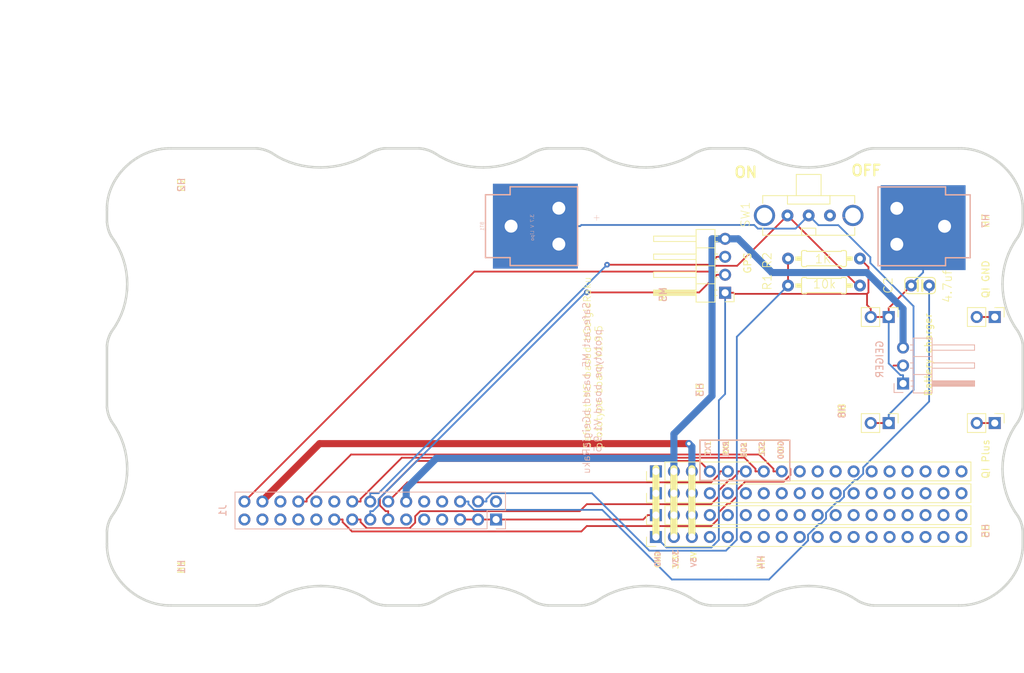
<source format=kicad_pcb>
(kicad_pcb (version 20200724) (host pcbnew "5.99.0-unknown-ff3d5f0de~89~ubuntu20.04.1")
  (layers (0 "F.Cu" signal) (31 "B.Cu" signal) (34 "B.Paste" user) (35 "F.Paste" user) (36 "B.SilkS" user) (37 "F.SilkS" user) (38 "B.Mask" user) (39 "F.Mask" user) (44 "Edge.Cuts" user))
  (net 0 "")
  (net 1 "GND")
  (net 2 "Net-(J1-Pad30)")
  (net 3 "/RX2")
  (net 4 "/TX2")
  (net 5 "Net-(J1-Pad4)")
  (net 6 "3.3V")
  (net 7 "5V")
  (net 8 "/GIO0")
  (net 9 "/GIO2")
  (net 10 "/SCL")
  (net 11 "/SDA")
  (net 12 "/RX1")
  (net 13 "/TX1")
  (net 14 "/VBATT")
  (net 15 "/Reset")
  (net 16 "Net-(J9-Pad1)")
  (net 17 "Net-(J10-Pad1)")
  (net 18 "Net-(J1-Pad29)")
  (net 19 "Net-(J1-Pad27)")
  (net 20 "/GIO34")
  (net 21 "Net-(J1-Pad25)")
  (net 22 "Net-(J1-Pad23)")
  (net 23 "/GIO13")
  (net 24 "Net-(J1-Pad21)")
  (net 25 "/GIO5")
  (net 26 "Net-(J1-Pad11)")
  (net 27 "Net-(J1-Pad10)")
  (net 28 "Net-(J1-Pad9)")
  (net 29 "Net-(J1-Pad8)")
  (net 30 "Net-(J1-Pad7)")
  (net 31 "/AD1")
  (net 32 "Net-(J4-Pad18)")
  (net 33 "Net-(J4-Pad17)")
  (net 34 "Net-(J4-Pad16)")
  (net 35 "Net-(J4-Pad15)")
  (net 36 "Net-(J4-Pad14)")
  (net 37 "Net-(J4-Pad13)")
  (net 38 "Net-(J4-Pad12)")
  (net 39 "Net-(J4-Pad11)")
  (net 40 "Net-(J4-Pad10)")
  (net 41 "Net-(J4-Pad9)")
  (net 42 "Net-(J4-Pad8)")
  (net 43 "Net-(J4-Pad7)")
  (net 44 "Net-(J4-Pad6)")
  (net 45 "Net-(J4-Pad5)")
  (net 46 "Net-(J4-Pad4)")
  (net 47 "Net-(J5-Pad18)")
  (net 48 "Net-(J5-Pad17)")
  (net 49 "Net-(J5-Pad16)")
  (net 50 "Net-(J5-Pad15)")
  (net 51 "Net-(J5-Pad14)")
  (net 52 "Net-(J5-Pad13)")
  (net 53 "Net-(J5-Pad12)")
  (net 54 "Net-(J5-Pad11)")
  (net 55 "Net-(J5-Pad10)")
  (net 56 "Net-(J5-Pad9)")
  (net 57 "Net-(J5-Pad8)")
  (net 58 "Net-(J5-Pad7)")
  (net 59 "Net-(J5-Pad6)")
  (net 60 "Net-(J5-Pad5)")
  (net 61 "Net-(J5-Pad4)")
  (net 62 "Net-(J6-Pad18)")
  (net 63 "Net-(J6-Pad17)")
  (net 64 "Net-(J6-Pad16)")
  (net 65 "Net-(J6-Pad15)")
  (net 66 "Net-(J6-Pad14)")
  (net 67 "Net-(J6-Pad13)")
  (net 68 "Net-(J6-Pad12)")
  (net 69 "Net-(J6-Pad11)")
  (net 70 "Net-(J6-Pad10)")
  (net 71 "Net-(J6-Pad9)")
  (net 72 "Net-(J6-Pad8)")
  (net 73 "Net-(J6-Pad7)")
  (net 74 "Net-(J6-Pad6)")
  (net 75 "Net-(J6-Pad5)")
  (net 76 "Net-(J6-Pad4)")
  (net 77 "Net-(J7-Pad18)")
  (net 78 "Net-(J7-Pad17)")
  (net 79 "Net-(J7-Pad16)")
  (net 80 "Net-(J7-Pad15)")
  (net 81 "Net-(J7-Pad14)")
  (net 82 "Net-(J7-Pad13)")
  (net 83 "Net-(J7-Pad12)")
  (net 84 "Net-(J7-Pad11)")
  (net 85 "Net-(J7-Pad10)")
  (net 86 "Net-(J7-Pad9)")
  (net 87 "Net-(SW1-Pad1)")
  (net 88 "Net-(H1-Pad1)")
  (net 89 "Net-(H2-Pad1)")
  (net 90 "Net-(H3-Pad1)")
  (net 91 "Net-(H4-Pad1)")
  (net 92 "Net-(H5-Pad1)")
  (net 93 "Net-(H7-Pad1)")
  (net 94 "Net-(H8-Pad1)")
  (module "Connector_PinHeader_2.54mm:PinHeader_1x04_P2.54mm_Horizontal" (layer "F.Cu") (at 171.933 87.07 180)
    (fp_text reference "J3" hide)
    (fp_text value "GPS" (at -3.1746 4.191 270) (layer "F.SilkS"))
    (pad "1" thru_hole rect (at 0 0 180) (size 1.7 1.7) (drill 1) (layers *.Cu *.Mask) (net 1 "GND"))
    (pad "2" thru_hole oval (at 0 2.54 180) (size 1.7 1.7) (drill 1) (layers *.Cu *.Mask) (net 4 "/TX2"))
    (pad "3" thru_hole oval (at 0 5.08 180) (size 1.7 1.7) (drill 1) (layers *.Cu *.Mask) (net 3 "/RX2"))
    (pad "4" thru_hole oval (at 0 7.62 180) (size 1.7 1.7) (drill 1) (layers *.Cu *.Mask) (net 6 "3.3V"))
  )
  (module "Connector_PinHeader_2.54mm:PinHeader_1x18_P2.54mm_Vertical" (layer "F.Cu") (at 162.154 121.586 90)
    (fp_text reference "J5" hide)
    (fp_text value "Conn_01x14_Female" hide)
    (pad "1" thru_hole rect (at 0 0 90) (size 1.7 1.7) (drill 1) (layers *.Cu *.Mask) (net 1 "GND"))
    (pad "2" thru_hole oval (at 0 2.54 90) (size 1.7 1.7) (drill 1) (layers *.Cu *.Mask) (net 6 "3.3V"))
    (pad "3" thru_hole oval (at 0 5.08 90) (size 1.7 1.7) (drill 1) (layers *.Cu *.Mask) (net 7 "5V"))
    (pad "4" thru_hole oval (at 0 7.62 90) (size 1.7 1.7) (drill 1) (layers *.Cu *.Mask) (net 61 "Net-(J5-Pad4)"))
    (pad "5" thru_hole oval (at 0 10.16 90) (size 1.7 1.7) (drill 1) (layers *.Cu *.Mask) (net 60 "Net-(J5-Pad5)"))
    (pad "6" thru_hole oval (at 0 12.7 90) (size 1.7 1.7) (drill 1) (layers *.Cu *.Mask) (net 59 "Net-(J5-Pad6)"))
    (pad "7" thru_hole oval (at 0 15.24 90) (size 1.7 1.7) (drill 1) (layers *.Cu *.Mask) (net 58 "Net-(J5-Pad7)"))
    (pad "8" thru_hole oval (at 0 17.78 90) (size 1.7 1.7) (drill 1) (layers *.Cu *.Mask) (net 57 "Net-(J5-Pad8)"))
    (pad "9" thru_hole oval (at 0 20.32 90) (size 1.7 1.7) (drill 1) (layers *.Cu *.Mask) (net 56 "Net-(J5-Pad9)"))
    (pad "10" thru_hole oval (at 0 22.86 90) (size 1.7 1.7) (drill 1) (layers *.Cu *.Mask) (net 55 "Net-(J5-Pad10)"))
    (pad "11" thru_hole oval (at 0 25.4 90) (size 1.7 1.7) (drill 1) (layers *.Cu *.Mask) (net 54 "Net-(J5-Pad11)"))
    (pad "12" thru_hole oval (at 0 27.94 90) (size 1.7 1.7) (drill 1) (layers *.Cu *.Mask) (net 53 "Net-(J5-Pad12)"))
    (pad "13" thru_hole oval (at 0 30.48 90) (size 1.7 1.7) (drill 1) (layers *.Cu *.Mask) (net 52 "Net-(J5-Pad13)"))
    (pad "14" thru_hole oval (at 0 33.02 90) (size 1.7 1.7) (drill 1) (layers *.Cu *.Mask) (net 51 "Net-(J5-Pad14)"))
    (pad "15" thru_hole oval (at 0 35.56 90) (size 1.7 1.7) (drill 1) (layers *.Cu *.Mask) (net 50 "Net-(J5-Pad15)"))
    (pad "16" thru_hole oval (at 0 38.1 90) (size 1.7 1.7) (drill 1) (layers *.Cu *.Mask) (net 49 "Net-(J5-Pad16)"))
    (pad "17" thru_hole oval (at 0 40.64 90) (size 1.7 1.7) (drill 1) (layers *.Cu *.Mask) (net 48 "Net-(J5-Pad17)"))
    (pad "18" thru_hole oval (at 0 43.18 90) (size 1.7 1.7) (drill 1) (layers *.Cu *.Mask) (net 47 "Net-(J5-Pad18)"))
  )
  (module "Connector_PinHeader_2.54mm:PinHeader_1x02_P2.54mm_Vertical" (layer "F.Cu") (at 210.033 105.485 -90)
    (fp_text reference "J10" hide)
    (fp_text value "QI GND" (at -20.32 1.27 90) (layer "F.SilkS"))
    (pad "1" thru_hole rect (at 0 0 270) (size 1.7 1.7) (drill 1) (layers *.Cu *.Mask) (net 17 "Net-(J10-Pad1)"))
    (pad "2" thru_hole oval (at 0 2.54 270) (size 1.7 1.7) (drill 1) (layers *.Cu *.Mask) (net 17 "Net-(J10-Pad1)"))
  )
  (module "Connector_PinHeader_2.54mm:PinHeader_1x02_P2.54mm_Vertical" (layer "F.Cu") (at 195.047 105.485 -90)
    (fp_text reference "J11" hide)
    (fp_text value "QI charger Plus" hide)
    (pad "1" thru_hole rect (at 0 0 270) (size 1.7 1.7) (drill 1) (layers *.Cu *.Mask) (net 14 "/VBATT"))
    (pad "2" thru_hole oval (at 0 2.54 270) (size 1.7 1.7) (drill 1) (layers *.Cu *.Mask) (net 14 "/VBATT"))
  )
  (module "Connector_PinHeader_2.54mm:PinHeader_1x02_P2.54mm_Vertical" (layer "F.Cu") (at 195.047 90.499 -90)
    (fp_text reference "J8" hide)
    (fp_text value "QI charger GND" hide)
    (pad "1" thru_hole rect (at 0 0 270) (size 1.7 1.7) (drill 1) (layers *.Cu *.Mask) (net 1 "GND"))
    (pad "2" thru_hole oval (at 0 2.54 270) (size 1.7 1.7) (drill 1) (layers *.Cu *.Mask) (net 1 "GND"))
  )
  (module "Connector_PinHeader_2.54mm:PinHeader_1x18_P2.54mm_Vertical" (layer "F.Cu") (at 162.154 115.405 90)
    (fp_text reference "J4" hide)
    (fp_text value "Conn_01x14_Female" hide)
    (pad "1" thru_hole rect (at 0 0 90) (size 1.7 1.7) (drill 1) (layers *.Cu *.Mask) (net 1 "GND"))
    (pad "2" thru_hole oval (at 0 2.54 90) (size 1.7 1.7) (drill 1) (layers *.Cu *.Mask) (net 6 "3.3V"))
    (pad "3" thru_hole oval (at 0 5.08 90) (size 1.7 1.7) (drill 1) (layers *.Cu *.Mask) (net 7 "5V"))
    (pad "4" thru_hole oval (at 0 7.62 90) (size 1.7 1.7) (drill 1) (layers *.Cu *.Mask) (net 46 "Net-(J4-Pad4)"))
    (pad "5" thru_hole oval (at 0 10.16 90) (size 1.7 1.7) (drill 1) (layers *.Cu *.Mask) (net 45 "Net-(J4-Pad5)"))
    (pad "6" thru_hole oval (at 0 12.7 90) (size 1.7 1.7) (drill 1) (layers *.Cu *.Mask) (net 44 "Net-(J4-Pad6)"))
    (pad "7" thru_hole oval (at 0 15.24 90) (size 1.7 1.7) (drill 1) (layers *.Cu *.Mask) (net 43 "Net-(J4-Pad7)"))
    (pad "8" thru_hole oval (at 0 17.78 90) (size 1.7 1.7) (drill 1) (layers *.Cu *.Mask) (net 42 "Net-(J4-Pad8)"))
    (pad "9" thru_hole oval (at 0 20.32 90) (size 1.7 1.7) (drill 1) (layers *.Cu *.Mask) (net 41 "Net-(J4-Pad9)"))
    (pad "10" thru_hole oval (at 0 22.86 90) (size 1.7 1.7) (drill 1) (layers *.Cu *.Mask) (net 40 "Net-(J4-Pad10)"))
    (pad "11" thru_hole oval (at 0 25.4 90) (size 1.7 1.7) (drill 1) (layers *.Cu *.Mask) (net 39 "Net-(J4-Pad11)"))
    (pad "12" thru_hole oval (at 0 27.94 90) (size 1.7 1.7) (drill 1) (layers *.Cu *.Mask) (net 38 "Net-(J4-Pad12)"))
    (pad "13" thru_hole oval (at 0 30.48 90) (size 1.7 1.7) (drill 1) (layers *.Cu *.Mask) (net 37 "Net-(J4-Pad13)"))
    (pad "14" thru_hole oval (at 0 33.02 90) (size 1.7 1.7) (drill 1) (layers *.Cu *.Mask) (net 36 "Net-(J4-Pad14)"))
    (pad "15" thru_hole oval (at 0 35.56 90) (size 1.7 1.7) (drill 1) (layers *.Cu *.Mask) (net 35 "Net-(J4-Pad15)"))
    (pad "16" thru_hole oval (at 0 38.1 90) (size 1.7 1.7) (drill 1) (layers *.Cu *.Mask) (net 34 "Net-(J4-Pad16)"))
    (pad "17" thru_hole oval (at 0 40.64 90) (size 1.7 1.7) (drill 1) (layers *.Cu *.Mask) (net 33 "Net-(J4-Pad17)"))
    (pad "18" thru_hole oval (at 0 43.18 90) (size 1.7 1.7) (drill 1) (layers *.Cu *.Mask) (net 32 "Net-(J4-Pad18)"))
  )
  (module "bGeigieNano V1.1.5:0207_10" (layer "F.Cu") (at 185.903 82.244)
    (fp_text reference "R2" (at -7.315282 -1.016 90) (layer "F.SilkS") (effects (font (size 1.2065 1.2065) (thickness 0.12065)) (justify right bottom)))
    (fp_text value "1K" (at 1.1426 0.762) (layer "F.SilkS") (effects (font (size 1.2065 1.2065) (thickness 0.12065)) (justify right bottom)))
    (pad "1" thru_hole circle (at -5.08 0) (size 1.6764 1.6764) (drill 0.8128) (layers *.Cu *.Mask) (net 5 "Net-(J1-Pad4)"))
    (pad "2" thru_hole circle (at 5.08 0) (size 1.6764 1.6764) (drill 0.8128) (layers *.Cu *.Mask) (net 1 "GND"))
  )
  (module "bGeigieNano V1.1.5:0207_10" (layer "F.Cu") (at 185.903 86.054 180)
    (fp_text reference "R1" (at 7.315282 -0.762 90) (layer "F.SilkS") (effects (font (size 1.2065 1.2065) (thickness 0.12065)) (justify left bottom)))
    (fp_text value "10k" (at 1.6514 -0.508) (layer "F.SilkS") (effects (font (size 1.2065 1.2065) (thickness 0.12065)) (justify left bottom)))
    (pad "1" thru_hole circle (at -5.08 0 180) (size 1.6764 1.6764) (drill 0.8128) (layers *.Cu *.Mask) (net 2 "Net-(J1-Pad30)"))
    (pad "2" thru_hole circle (at 5.08 0 180) (size 1.6764 1.6764) (drill 0.8128) (layers *.Cu *.Mask) (net 5 "Net-(J1-Pad4)"))
  )
  (module "bGeigieNanoKit V1.1r5a:EG1206" (layer "F.Cu") (at 183.744 76.148 180)
    (fp_text reference "SW1" (at 9.6524 -1.778 270) (layer "F.SilkS") (effects (font (size 1.2065 1.2065) (thickness 0.09652)) (justify left top)))
    (fp_text value "SW_SPDT" hide)
    (pad "1" thru_hole circle (at -3 0 180) (size 1.6764 1.6764) (drill 0.8) (layers *.Cu *.Mask) (net 87 "Net-(SW1-Pad1)"))
    (pad "2" thru_hole circle (at 0 0 180) (size 1.6764 1.6764) (drill 0.8) (layers *.Cu *.Mask) (net 14 "/VBATT"))
    (pad "3" thru_hole circle (at 3 0 180) (size 1.6764 1.6764) (drill 0.8) (layers *.Cu *.Mask) (net 2 "Net-(J1-Pad30)"))
    (pad "MT1" thru_hole circle (at -6.25 0 180) (size 3 3) (drill 2.2) (layers *.Cu *.Mask))
    (pad "MT2" thru_hole circle (at 6.25 0 180) (size 3 3) (drill 2.2) (layers *.Cu *.Mask))
  )
  (module "bGeigieNano V1.1.5:C025-024X044" (layer "F.Cu") (at 199.492 86.054 180)
    (fp_text reference "C2" (at 3.8104 1.27 90) (layer "F.SilkS") (effects (font (size 1.2065 1.2065) (thickness 0.12065)) (justify right bottom)))
    (fp_text value "4.7uf" (at -4.5716 2.286 90) (layer "F.SilkS") (effects (font (size 1.2065 1.2065) (thickness 0.12065)) (justify right bottom)))
    (pad "1" thru_hole circle (at -1.27 0 180) (size 1.6764 1.6764) (drill 0.8128) (layers *.Cu *.Mask) (net 15 "/Reset"))
    (pad "2" thru_hole circle (at 1.27 0 180) (size 1.6764 1.6764) (drill 0.8128) (layers *.Cu *.Mask) (net 1 "GND"))
  )
  (module "Connector_PinHeader_2.54mm:PinHeader_1x18_P2.54mm_Vertical" (layer "F.Cu") (at 162.154 118.496 90)
    (fp_text reference "J6" hide)
    (fp_text value "Conn_01x14_Female" hide)
    (pad "1" thru_hole rect (at 0 0 90) (size 1.7 1.7) (drill 1) (layers *.Cu *.Mask) (net 1 "GND"))
    (pad "2" thru_hole oval (at 0 2.54 90) (size 1.7 1.7) (drill 1) (layers *.Cu *.Mask) (net 6 "3.3V"))
    (pad "3" thru_hole oval (at 0 5.08 90) (size 1.7 1.7) (drill 1) (layers *.Cu *.Mask) (net 7 "5V"))
    (pad "4" thru_hole oval (at 0 7.62 90) (size 1.7 1.7) (drill 1) (layers *.Cu *.Mask) (net 76 "Net-(J6-Pad4)"))
    (pad "5" thru_hole oval (at 0 10.16 90) (size 1.7 1.7) (drill 1) (layers *.Cu *.Mask) (net 75 "Net-(J6-Pad5)"))
    (pad "6" thru_hole oval (at 0 12.7 90) (size 1.7 1.7) (drill 1) (layers *.Cu *.Mask) (net 74 "Net-(J6-Pad6)"))
    (pad "7" thru_hole oval (at 0 15.24 90) (size 1.7 1.7) (drill 1) (layers *.Cu *.Mask) (net 73 "Net-(J6-Pad7)"))
    (pad "8" thru_hole oval (at 0 17.78 90) (size 1.7 1.7) (drill 1) (layers *.Cu *.Mask) (net 72 "Net-(J6-Pad8)"))
    (pad "9" thru_hole oval (at 0 20.32 90) (size 1.7 1.7) (drill 1) (layers *.Cu *.Mask) (net 71 "Net-(J6-Pad9)"))
    (pad "10" thru_hole oval (at 0 22.86 90) (size 1.7 1.7) (drill 1) (layers *.Cu *.Mask) (net 70 "Net-(J6-Pad10)"))
    (pad "11" thru_hole oval (at 0 25.4 90) (size 1.7 1.7) (drill 1) (layers *.Cu *.Mask) (net 69 "Net-(J6-Pad11)"))
    (pad "12" thru_hole oval (at 0 27.94 90) (size 1.7 1.7) (drill 1) (layers *.Cu *.Mask) (net 68 "Net-(J6-Pad12)"))
    (pad "13" thru_hole oval (at 0 30.48 90) (size 1.7 1.7) (drill 1) (layers *.Cu *.Mask) (net 67 "Net-(J6-Pad13)"))
    (pad "14" thru_hole oval (at 0 33.02 90) (size 1.7 1.7) (drill 1) (layers *.Cu *.Mask) (net 66 "Net-(J6-Pad14)"))
    (pad "15" thru_hole oval (at 0 35.56 90) (size 1.7 1.7) (drill 1) (layers *.Cu *.Mask) (net 65 "Net-(J6-Pad15)"))
    (pad "16" thru_hole oval (at 0 38.1 90) (size 1.7 1.7) (drill 1) (layers *.Cu *.Mask) (net 64 "Net-(J6-Pad16)"))
    (pad "17" thru_hole oval (at 0 40.64 90) (size 1.7 1.7) (drill 1) (layers *.Cu *.Mask) (net 63 "Net-(J6-Pad17)"))
    (pad "18" thru_hole oval (at 0 43.18 90) (size 1.7 1.7) (drill 1) (layers *.Cu *.Mask) (net 62 "Net-(J6-Pad18)"))
  )
  (module "Connector_PinHeader_2.54mm:PinHeader_1x18_P2.54mm_Vertical" (layer "F.Cu") (at 162.154 112.315 90)
    (fp_text reference "J7" hide)
    (fp_text value "Conn_01x14_Female" hide)
    (pad "1" thru_hole rect (at 0 0 90) (size 1.7 1.7) (drill 1) (layers *.Cu *.Mask) (net 1 "GND"))
    (pad "2" thru_hole oval (at 0 2.54 90) (size 1.7 1.7) (drill 1) (layers *.Cu *.Mask) (net 6 "3.3V"))
    (pad "3" thru_hole oval (at 0 5.08 90) (size 1.7 1.7) (drill 1) (layers *.Cu *.Mask) (net 7 "5V"))
    (pad "4" thru_hole oval (at 0 7.62 90) (size 1.7 1.7) (drill 1) (layers *.Cu *.Mask) (net 13 "/TX1"))
    (pad "5" thru_hole oval (at 0 10.16 90) (size 1.7 1.7) (drill 1) (layers *.Cu *.Mask) (net 12 "/RX1"))
    (pad "6" thru_hole oval (at 0 12.7 90) (size 1.7 1.7) (drill 1) (layers *.Cu *.Mask) (net 11 "/SDA"))
    (pad "7" thru_hole oval (at 0 15.24 90) (size 1.7 1.7) (drill 1) (layers *.Cu *.Mask) (net 10 "/SCL"))
    (pad "8" thru_hole oval (at 0 17.78 90) (size 1.7 1.7) (drill 1) (layers *.Cu *.Mask) (net 8 "/GIO0"))
    (pad "9" thru_hole oval (at 0 20.32 90) (size 1.7 1.7) (drill 1) (layers *.Cu *.Mask) (net 86 "Net-(J7-Pad9)"))
    (pad "10" thru_hole oval (at 0 22.86 90) (size 1.7 1.7) (drill 1) (layers *.Cu *.Mask) (net 85 "Net-(J7-Pad10)"))
    (pad "11" thru_hole oval (at 0 25.4 90) (size 1.7 1.7) (drill 1) (layers *.Cu *.Mask) (net 84 "Net-(J7-Pad11)"))
    (pad "12" thru_hole oval (at 0 27.94 90) (size 1.7 1.7) (drill 1) (layers *.Cu *.Mask) (net 83 "Net-(J7-Pad12)"))
    (pad "13" thru_hole oval (at 0 30.48 90) (size 1.7 1.7) (drill 1) (layers *.Cu *.Mask) (net 82 "Net-(J7-Pad13)"))
    (pad "14" thru_hole oval (at 0 33.02 90) (size 1.7 1.7) (drill 1) (layers *.Cu *.Mask) (net 81 "Net-(J7-Pad14)"))
    (pad "15" thru_hole oval (at 0 35.56 90) (size 1.7 1.7) (drill 1) (layers *.Cu *.Mask) (net 80 "Net-(J7-Pad15)"))
    (pad "16" thru_hole oval (at 0 38.1 90) (size 1.7 1.7) (drill 1) (layers *.Cu *.Mask) (net 79 "Net-(J7-Pad16)"))
    (pad "17" thru_hole oval (at 0 40.64 90) (size 1.7 1.7) (drill 1) (layers *.Cu *.Mask) (net 78 "Net-(J7-Pad17)"))
    (pad "18" thru_hole oval (at 0 43.18 90) (size 1.7 1.7) (drill 1) (layers *.Cu *.Mask) (net 77 "Net-(J7-Pad18)"))
  )
  (module "Connector_PinHeader_2.54mm:PinHeader_1x02_P2.54mm_Vertical" (layer "F.Cu") (at 210.033 90.499 -90)
    (fp_text reference "J9" hide)
    (fp_text value "QI Plus" (at 20.066 1.27 90) (layer "F.SilkS"))
    (pad "1" thru_hole rect (at 0 0 270) (size 1.7 1.7) (drill 1) (layers *.Cu *.Mask) (net 16 "Net-(J9-Pad1)"))
    (pad "2" thru_hole oval (at 0 2.54 270) (size 1.7 1.7) (drill 1) (layers *.Cu *.Mask) (net 16 "Net-(J9-Pad1)"))
  )
  (module "MountingHole:MountingHole_3.2mm_M3" (layer "F.Cu") (at 188.4426 108.406)
    (fp_text reference "H8" (at 0 -4.699 90) (layer "F.SilkS"))
    (fp_text value "MountingHole_Pad" hide)
    (fp_text user "${REFERENCE}" (at 0 -4.572 90) (layer "B.SilkS") (effects (justify mirror)))
    (pad "1" np_thru_hole circle (at 0 0) (size 3.2 3.2) (drill 3.2) (layers *.Cu *.Mask) (net 94 "Net-(H8-Pad1)"))
  )
  (module "MountingHole:MountingHole_3.2mm_M3" (layer "F.Cu") (at 172.476 125.664)
    (fp_text reference "H4" (at 4.5366 -0.494 90) (layer "F.SilkS"))
    (fp_text value "MountingHole_Pad" hide)
    (fp_text user "${REFERENCE}" (at 4.5366 -0.494 90) (layer "B.SilkS") (effects (justify mirror)))
    (pad "1" np_thru_hole circle (at 0 0) (size 3.2 3.2) (drill 3.2) (layers *.Cu *.Mask) (net 91 "Net-(H4-Pad1)"))
  )
  (module "MountingHole:MountingHole_3.2mm_M3" (layer "F.Cu") (at 90.4338 71.8155)
    (fp_text reference "H2" (at 4.6638 0.0145 90) (layer "F.SilkS"))
    (fp_text value "MountingHole_Pad" hide)
    (fp_text user "${REFERENCE}" (at 4.6638 0.0145 90) (layer "B.SilkS") (effects (justify mirror)))
    (pad "1" np_thru_hole circle (at 0 0) (size 3.2 3.2) (drill 3.2) (layers *.Cu *.Mask) (net 89 "Net-(H2-Pad1)"))
  )
  (module "MountingHole:MountingHole_3.2mm_M3" (layer "F.Cu") (at 163.2966 100.786)
    (fp_text reference "H3" (at 5.0796 0 90) (layer "F.SilkS"))
    (fp_text value "MountingHole_Pad" hide)
    (fp_text user "${REFERENCE}" (at 5.0796 0 90) (layer "B.SilkS") (effects (justify mirror)))
    (pad "1" np_thru_hole circle (at 0 0) (size 3.2 3.2) (drill 3.2) (layers *.Cu *.Mask) (net 90 "Net-(H3-Pad1)"))
  )
  (module "MountingHole:MountingHole_3.2mm_M3" (layer "F.Cu") (at 90.6526 125.805)
    (fp_text reference "H1" (at 4.445 0 90) (layer "F.SilkS"))
    (fp_text value "MountingHole_Pad" hide)
    (fp_text user "${REFERENCE}" (at 4.445 0 90) (layer "B.SilkS") (effects (justify mirror)))
    (pad "1" np_thru_hole circle (at 0 0) (size 3.2 3.2) (drill 3.2) (layers *.Cu *.Mask) (net 88 "Net-(H1-Pad1)"))
  )
  (module "MountingHole:MountingHole_3.2mm_M3" (layer "F.Cu") (at 209.052 71.8155)
    (fp_text reference "H7" (at -0.289 5.0945 90) (layer "F.SilkS"))
    (fp_text value "MountingHole_Pad" hide)
    (fp_text user "${REFERENCE}" (at -0.289 5.0945 90) (layer "B.SilkS") (effects (justify mirror)))
    (pad "1" np_thru_hole circle (at 0 0) (size 3.2 3.2) (drill 3.2) (layers *.Cu *.Mask) (net 93 "Net-(H7-Pad1)"))
  )
  (module "MountingHole:MountingHole_3.2mm_M3" (layer "F.Cu") (at 209.052 125.664)
    (fp_text reference "H5" (at -0.289 -4.939 90) (layer "F.SilkS"))
    (fp_text value "MountingHole_Pad" hide)
    (fp_text user "${REFERENCE}" (at -0.289 -4.939 90) (layer "B.SilkS") (effects (justify mirror)))
    (pad "1" np_thru_hole circle (at 0 0) (size 3.2 3.2) (drill 3.2) (layers *.Cu *.Mask) (net 92 "Net-(H5-Pad1)"))
  )
  (module "Connector_PinHeader_2.54mm:PinHeader_1x03_P2.54mm_Horizontal" (layer "B.Cu") (at 197.078 99.897)
    (fp_text reference "J2" hide)
    (fp_text value "Geiger" hide)
    (fp_text user "GEIGER " (at -3.3024 -3.048 270) (layer "B.SilkS") (effects (justify mirror)))
    (pad "1" thru_hole rect (at 0 0) (size 1.7 1.7) (drill 1) (layers *.Cu *.Mask) (net 1 "GND"))
    (pad "2" thru_hole oval (at 0 -2.54) (size 1.7 1.7) (drill 1) (layers *.Cu *.Mask) (net 9 "/GIO2"))
    (pad "3" thru_hole oval (at 0 -5.08) (size 1.7 1.7) (drill 1) (layers *.Cu *.Mask) (net 6 "3.3V"))
  )
  (module "Connector_PinHeader_2.54mm:PinHeader_2x15_P2.54mm_Vertical" (layer "B.Cu") (at 139.564 119.114 90)
    (fp_text reference "J1" (at 1.27 -38.6244 90) (layer "B.SilkS") (effects (justify mirror)))
    (fp_text value "M5 2x15 pin" hide)
    (pad "1" thru_hole rect (at 0 0 90) (size 1.7 1.7) (drill 1) (layers *.Cu *.Mask) (net 1 "GND"))
    (pad "2" thru_hole oval (at 2.54 0 90) (size 1.7 1.7) (drill 1) (layers *.Cu *.Mask) (net 31 "/AD1"))
    (pad "3" thru_hole oval (at 0 -2.54 90) (size 1.7 1.7) (drill 1) (layers *.Cu *.Mask) (net 1 "GND"))
    (pad "4" thru_hole oval (at 2.54 -2.54 90) (size 1.7 1.7) (drill 1) (layers *.Cu *.Mask) (net 5 "Net-(J1-Pad4)"))
    (pad "5" thru_hole oval (at 0 -5.08 90) (size 1.7 1.7) (drill 1) (layers *.Cu *.Mask) (net 1 "GND"))
    (pad "6" thru_hole oval (at 2.54 -5.08 90) (size 1.7 1.7) (drill 1) (layers *.Cu *.Mask) (net 15 "/Reset"))
    (pad "7" thru_hole oval (at 0 -7.62 90) (size 1.7 1.7) (drill 1) (layers *.Cu *.Mask) (net 30 "Net-(J1-Pad7)"))
    (pad "8" thru_hole oval (at 2.54 -7.62 90) (size 1.7 1.7) (drill 1) (layers *.Cu *.Mask) (net 29 "Net-(J1-Pad8)"))
    (pad "9" thru_hole oval (at 0 -10.16 90) (size 1.7 1.7) (drill 1) (layers *.Cu *.Mask) (net 28 "Net-(J1-Pad9)"))
    (pad "10" thru_hole oval (at 2.54 -10.16 90) (size 1.7 1.7) (drill 1) (layers *.Cu *.Mask) (net 27 "Net-(J1-Pad10)"))
    (pad "11" thru_hole oval (at 0 -12.7 90) (size 1.7 1.7) (drill 1) (layers *.Cu *.Mask) (net 26 "Net-(J1-Pad11)"))
    (pad "12" thru_hole oval (at 2.54 -12.7 90) (size 1.7 1.7) (drill 1) (layers *.Cu *.Mask) (net 6 "3.3V"))
    (pad "13" thru_hole oval (at 0 -15.24 90) (size 1.7 1.7) (drill 1) (layers *.Cu *.Mask) (net 13 "/TX1"))
    (pad "14" thru_hole oval (at 2.54 -15.24 90) (size 1.7 1.7) (drill 1) (layers *.Cu *.Mask) (net 12 "/RX1"))
    (pad "15" thru_hole oval (at 0 -17.78 90) (size 1.7 1.7) (drill 1) (layers *.Cu *.Mask) (net 4 "/TX2"))
    (pad "16" thru_hole oval (at 2.54 -17.78 90) (size 1.7 1.7) (drill 1) (layers *.Cu *.Mask) (net 3 "/RX2"))
    (pad "17" thru_hole oval (at 0 -20.32 90) (size 1.7 1.7) (drill 1) (layers *.Cu *.Mask) (net 11 "/SDA"))
    (pad "18" thru_hole oval (at 2.54 -20.32 90) (size 1.7 1.7) (drill 1) (layers *.Cu *.Mask) (net 10 "/SCL"))
    (pad "19" thru_hole oval (at 0 -22.86 90) (size 1.7 1.7) (drill 1) (layers *.Cu *.Mask) (net 9 "/GIO2"))
    (pad "20" thru_hole oval (at 2.54 -22.86 90) (size 1.7 1.7) (drill 1) (layers *.Cu *.Mask) (net 25 "/GIO5"))
    (pad "21" thru_hole oval (at 0 -25.4 90) (size 1.7 1.7) (drill 1) (layers *.Cu *.Mask) (net 24 "Net-(J1-Pad21)"))
    (pad "22" thru_hole oval (at 2.54 -25.4 90) (size 1.7 1.7) (drill 1) (layers *.Cu *.Mask) (net 23 "/GIO13"))
    (pad "23" thru_hole oval (at 0 -27.94 90) (size 1.7 1.7) (drill 1) (layers *.Cu *.Mask) (net 22 "Net-(J1-Pad23)"))
    (pad "24" thru_hole oval (at 2.54 -27.94 90) (size 1.7 1.7) (drill 1) (layers *.Cu *.Mask) (net 8 "/GIO0"))
    (pad "25" thru_hole oval (at 0 -30.48 90) (size 1.7 1.7) (drill 1) (layers *.Cu *.Mask) (net 21 "Net-(J1-Pad25)"))
    (pad "26" thru_hole oval (at 2.54 -30.48 90) (size 1.7 1.7) (drill 1) (layers *.Cu *.Mask) (net 20 "/GIO34"))
    (pad "27" thru_hole oval (at 0 -33.02 90) (size 1.7 1.7) (drill 1) (layers *.Cu *.Mask) (net 19 "Net-(J1-Pad27)"))
    (pad "28" thru_hole oval (at 2.54 -33.02 90) (size 1.7 1.7) (drill 1) (layers *.Cu *.Mask) (net 7 "5V"))
    (pad "29" thru_hole oval (at 0 -35.56 90) (size 1.7 1.7) (drill 1) (layers *.Cu *.Mask) (net 18 "Net-(J1-Pad29)"))
    (pad "30" thru_hole oval (at 2.54 -35.56 90) (size 1.7 1.7) (drill 1) (layers *.Cu *.Mask) (net 2 "Net-(J1-Pad30)"))
  )
  (module "Battery_Holders:BATTERY_18650-HOLDER" (layer "B.Cu") (at 172.314 77.672)
    (fp_text reference "BT1" (at -34.7218 0 -90) (layer "B.SilkS") (effects (font (size 0.48 0.48) (thickness 0.05)) (justify mirror)))
    (fp_text value " 3.7 V Lipo" (at -27.6352 0 -90) (layer "B.SilkS") (effects (font (size 0.48 0.48) (thickness 0.05)) (justify mirror)))
    (fp_text user "+" (at -18.542 -1.27) (layer "B.SilkS") (effects (font (thickness 0.05)) (justify mirror)))
    (fp_text user "-" (at 16.51 -1.27) (layer "B.SilkS") (effects (font (thickness 0.05)) (justify mirror)))
    (pad "1" thru_hole circle (at -30.628 -0.01) (size 2.7432 2.7432) (drill 1.8288) (layers *.Cu *.Mask) (net 14 "/VBATT"))
    (pad "1" smd rect (at -27.2 -0.01) (size 12 12) (layers "B.Cu" "B.Paste" "B.Mask") (net 14 "/VBATT"))
    (pad "2" thru_hole circle (at 30.628 0.01 180) (size 2.7432 2.7432) (drill 1.8288) (layers *.Cu *.Mask) (net 1 "GND"))
    (pad "2" smd rect (at 27.6 0.2 180) (size 12 12) (layers "B.Cu" "B.Paste" "B.Mask") (net 1 "GND"))
    (pad "GND@2" thru_hole circle (at 23.88 2.55 90) (size 2.7432 2.7432) (drill 1.8288) (layers *.Cu *.Mask))
    (pad "GND@3" thru_hole circle (at 23.88 -2.53 90) (size 2.7432 2.7432) (drill 1.8288) (layers *.Cu *.Mask))
    (pad "PWR@2" thru_hole circle (at -23.88 2.53 270) (size 2.7432 2.7432) (drill 1.8288) (layers *.Cu *.Mask))
    (pad "PWR@3" thru_hole circle (at -23.88 -2.55 270) (size 2.7432 2.7432) (drill 1.8288) (layers *.Cu *.Mask))
  )
  (gr_line (start 181.0766 107.898) (end 168.3766 107.898) (layer "B.SilkS") (width 0.2))
  (gr_line (start 181.0766 113.613) (end 181.0766 107.898) (layer "B.SilkS") (width 0.2))
  (gr_line (start 168.3766 113.613) (end 181.0766 113.613) (layer "B.SilkS") (width 0.2))
  (gr_line (start 168.3766 107.898) (end 168.3766 113.613) (layer "B.SilkS") (width 0.2))
  (gr_line (start 162.1536 111.934288) (end 162.1536 121.332288) (layer "F.SilkS") (width 1))
  (gr_line (start 164.6936 111.934288) (end 164.6936 121.332288) (layer "F.SilkS") (width 1))
  (gr_line (start 167.2336 111.934288) (end 167.2336 121.078288) (layer "F.SilkS") (width 1))
  (gr_line (start 181.0766 107.898) (end 181.0766 113.613) (layer "F.SilkS") (width 0.2))
  (gr_line (start 168.3766 113.613) (end 168.3766 107.898) (layer "F.SilkS") (width 0.2))
  (gr_line (start 168.3766 107.898) (end 181.0766 107.898) (layer "F.SilkS") (width 0.2))
  (gr_line (start 181.0766 113.613) (end 168.3766 113.613) (layer "F.SilkS") (width 0.2))
  (gr_line (start 213.966655 77.361651) (end 213.946806 77.5044) (layer "Edge.Cuts") (width 0.358429))
  (gr_line (start 167.669777 67.351386) (end 167.934656 67.217566) (layer "Edge.Cuts") (width 0.358429))
  (gr_line (start 211.161643 112.853032) (end 211.262325 113.725419) (layer "Edge.Cuts") (width 0.358429))
  (gr_line (start 167.934656 67.217566) (end 168.205263 67.091708) (layer "Edge.Cuts") (width 0.358429))
  (gr_line (start 86.663234 128.057244) (end 86.387407 127.723726) (layer "Edge.Cuts") (width 0.358429))
  (gr_line (start 85.55487 105.737797) (end 85.294767 105.373145) (layer "Edge.Cuts") (width 0.358429))
  (gr_line (start 168.759342 131.050479) (end 168.616785 131.004998) (layer "Edge.Cuts") (width 0.358429))
  (gr_line (start 87.261905 128.686156) (end 86.954974 128.378285) (layer "Edge.Cuts") (width 0.358429))
  (gr_line (start 213.730343 124.689491) (end 213.607885 125.09784) (layer "Edge.Cuts") (width 0.358429))
  (gr_line (start 122.795725 66.875438) (end 122.938457 66.830862) (layer "Edge.Cuts") (width 0.358429))
  (gr_line (start 151.914663 66.689859) (end 152.063686 66.708876) (layer "Edge.Cuts") (width 0.358429))
  (gr_line (start 85.073832 104.996572) (end 85.009775 104.86657) (layer "Edge.Cuts") (width 0.358429))
  (gr_line (start 145.352834 130.901316) (end 145.215327 130.843211) (layer "Edge.Cuts") (width 0.358429))
  (gr_line (start 213.991951 77.07453) (end 213.981719 77.218318) (layer "Edge.Cuts") (width 0.358429))
  (gr_line (start 185.572679 69.223345) (end 186.472859 69.061518) (layer "Edge.Cuts") (width 0.358429))
  (gr_line (start 174.598542 66.66561) (end 174.74865 66.675421) (layer "Edge.Cuts") (width 0.358429))
  (gr_line (start 85.55487 79.613099) (end 85.294767 79.24845) (layer "Edge.Cuts") (width 0.358429))
  (gr_line (start 213.859058 77.927864) (end 213.820572 78.066996) (layer "Edge.Cuts") (width 0.358429))
  (gr_line (start 86.603668 107.688037) (end 86.234492 106.885022) (layer "Edge.Cuts") (width 0.358429))
  (gr_line (start 152.794974 66.871009) (end 152.937527 66.916514) (layer "Edge.Cuts") (width 0.358429))
  (gr_line (start 90.588236 67.17148) (end 91.007325 67.03337) (layer "Edge.Cuts") (width 0.358429))
  (gr_line (start 191.182563 130.843363) (end 191.047009 130.781145) (layer "Edge.Cuts") (width 0.358429))
  (gr_line (start 164.374749 68.838782) (end 165.240579 68.555761) (layer "Edge.Cuts") (width 0.358429))
  (gr_line (start 184.662852 69.323622) (end 185.572679 69.223345) (layer "Edge.Cuts") (width 0.358429))
  (gr_line (start 192.472831 66.701369) (end 192.62174 66.683003) (layer "Edge.Cuts") (width 0.358429))
  (gr_line (start 151.765214 131.246358) (end 151.61493 131.255408) (layer "Edge.Cuts") (width 0.358429))
  (gr_line (start 84.724336 77.925903) (end 84.692302 77.785032) (layer "Edge.Cuts") (width 0.358429))
  (gr_line (start 87.409125 86.728279) (end 87.44269 85.85094) (layer "Edge.Cuts") (width 0.358429))
  (gr_line (start 161.693141 128.544777) (end 160.777242 128.512626) (layer "Edge.Cuts") (width 0.358429))
  (gr_line (start 105.647683 66.66561) (end 105.797791 66.675421) (layer "Edge.Cuts") (width 0.358429))
  (gr_line (start 212.684576 127.021824) (end 212.442771 127.378215) (layer "Edge.Cuts") (width 0.358429))
  (gr_line (start 158.050228 128.801956) (end 157.165363 129.026995) (layer "Edge.Cuts") (width 0.358429))
  (gr_line (start 213.946806 77.5044) (end 213.922224 77.646438) (layer "Edge.Cuts") (width 0.358429))
  (gr_line (start 176.474543 67.140555) (end 176.608018 67.206834) (layer "Edge.Cuts") (width 0.358429))
  (gr_line (start 84.615962 77.359028) (end 84.578853 77.074347) (layer "Edge.Cuts") (width 0.358429))
  (gr_line (start 169.489205 66.701367) (end 169.638115 66.683002) (layer "Edge.Cuts") (width 0.358429))
  (gr_line (start 87.261586 69.235623) (end 87.582971 68.941599) (layer "Edge.Cuts") (width 0.358429))
  (gr_line (start 106.096675 131.213492) (end 105.94767 131.232354) (layer "Edge.Cuts") (width 0.358429))
  (gr_line (start 210.304494 129.523692) (end 209.944037 129.771974) (layer "Edge.Cuts") (width 0.358429))
  (gr_line (start 158.043795 69.096506) (end 158.942036 69.248793) (layer "Edge.Cuts") (width 0.358429))
  (gr_line (start 142.269615 129.316349) (end 141.405462 129.027012) (layer "Edge.Cuts") (width 0.358429))
  (gr_line (start 213.820272 119.759583) (end 213.858288 119.898877) (layer "Edge.Cuts") (width 0.358429))
  (gr_line (start 88.26626 68.397898) (end 88.626718 68.149608) (layer "Edge.Cuts") (width 0.358429))
  (gr_line (start 154.655423 67.833688) (end 155.461791 68.248715) (layer "Edge.Cuts") (width 0.358429))
  (gr_line (start 192.32598 131.189046) (end 192.178571 131.161064) (layer "Edge.Cuts") (width 0.358429))
  (gr_line (start 212.772585 117.839598) (end 213.015906 118.213541) (layer "Edge.Cuts") (width 0.358429))
  (gr_line (start 213.562798 119.084326) (end 213.623275 119.21607) (layer "Edge.Cuts") (width 0.358429))
  (gr_line (start 167.798671 130.644407) (end 167.669777 130.570136) (layer "Edge.Cuts") (width 0.358429))
  (gr_line (start 87.308451 110.225919) (end 87.140647 109.363441) (layer "Edge.Cuts") (width 0.358429))
  (gr_line (start 109.494544 68.248714) (end 110.331407 68.597101) (layer "Edge.Cuts") (width 0.358429))
  (gr_line (start 139.620238 128.641225) (end 138.709516 128.544777) (layer "Edge.Cuts") (width 0.358429))
  (gr_line (start 146.358748 131.188894) (end 146.21134 131.160912) (layer "Edge.Cuts") (width 0.358429))
  (gr_line (start 146.654489 66.683002) (end 146.804569 66.670962) (layer "Edge.Cuts") (width 0.358429))
  (gr_line (start 129.95391 66.916514) (end 130.094916 66.966268) (layer "Edge.Cuts") (width 0.358429))
  (gr_line (start 84.949057 119.216612) (end 85.009721 119.084894) (layer "Edge.Cuts") (width 0.358429))
  (gr_line (start 130.900948 130.570136) (end 130.771601 130.643361) (layer "Edge.Cuts") (width 0.358429))
  (gr_line (start 145.919693 131.091657) (end 145.775722 131.050479) (layer "Edge.Cuts") (width 0.358429))
  (gr_line (start 87.44269 111.975646) (end 87.409132 111.098306) (layer "Edge.Cuts") (width 0.358429))
  (gr_line (start 123.972176 131.255408) (end 123.822067 131.245687) (layer "Edge.Cuts") (width 0.358429))
  (gr_line (start 106.538345 131.128722) (end 106.392129 131.161579) (layer "Edge.Cuts") (width 0.358429))
  (gr_line (start 135.958406 69.248789) (end 136.86707 69.33698) (layer "Edge.Cuts") (width 0.358429))
  (gr_line (start 92.748996 131.225392) (end 92.305327 131.174673) (layer "Edge.Cuts") (width 0.358429))
  (gr_line (start 192.032175 131.128636) (end 191.886924 131.091809) (layer "Edge.Cuts") (width 0.358429))
  (gr_line (start 105.797967 131.246358) (end 105.647683 131.255408) (layer "Edge.Cuts") (width 0.358429))
  (gr_line (start 213.981719 77.218318) (end 213.966655 77.361651) (layer "Edge.Cuts") (width 0.358429))
  (gr_line (start 84.578849 75.353553) (end 84.581978 74.92095) (layer "Edge.Cuts") (width 0.358429))
  (gr_line (start 123.227738 66.755631) (end 123.374242 66.725697) (layer "Edge.Cuts") (width 0.358429))
  (gr_line (start 141.405462 129.027012) (end 140.520612 128.80197) (layer "Edge.Cuts") (width 0.358429))
  (gr_line (start 130.771601 130.643361) (end 130.640043 130.712984) (layer "Edge.Cuts") (width 0.358429))
  (gr_line (start 152.212114 131.189864) (end 152.063922 131.213489) (layer "Edge.Cuts") (width 0.358429))
  (gr_line (start 84.949053 93.091947) (end 85.009718 92.960229) (layer "Edge.Cuts") (width 0.358429))
  (gr_line (start 120.925867 67.811425) (end 121.702538 67.351386) (layer "Edge.Cuts") (width 0.358429))
  (gr_line (start 211.907798 128.057043) (end 211.616077 128.378093) (layer "Edge.Cuts") (width 0.358429))
  (gr_line (start 84.578853 122.567939) (end 84.578853 120.752082) (layer "Edge.Cuts") (width 0.358429))
  (gr_line (start 106.683397 131.091393) (end 106.538345 131.128722) (layer "Edge.Cuts") (width 0.358429))
  (gr_line (start 209.189111 130.217942) (end 208.796087 130.414242) (layer "Edge.Cuts") (width 0.358429))
  (gr_line (start 213.907273 123.854787) (end 213.83038 124.274909) (layer "Edge.Cuts") (width 0.358429))
  (gr_line (start 205.821916 131.225512) (end 205.37385 131.252682) (layer "Edge.Cuts") (width 0.358429))
  (gr_line (start 160.764771 69.361718) (end 161.679229 69.323628) (layer "Edge.Cuts") (width 0.358429))
  (gr_line (start 174.598542 131.255408) (end 169.939415 131.255408) (layer "Edge.Cuts") (width 0.358429))
  (gr_line (start 145.779343 66.875438) (end 145.922076 66.830862) (layer "Edge.Cuts") (width 0.358429))
  (gr_line (start 212.183604 127.723519) (end 211.907798 128.057043) (layer "Edge.Cuts") (width 0.358429))
  (gr_line (start 169.342367 131.188894) (end 169.19496 131.160912) (layer "Edge.Cuts") (width 0.358429))
  (gr_line (start 85.662642 126.655243) (end 85.457702 126.278749) (layer "Edge.Cuts") (width 0.358429))
  (gr_line (start 213.922207 103.771148) (end 213.89294 103.912347) (layer "Edge.Cuts") (width 0.358429))
  (gr_line (start 133.315026 68.597101) (end 134.177366 68.879485) (layer "Edge.Cuts") (width 0.358429))
  (gr_line (start 208.796087 130.414242) (end 208.393653 130.591828) (layer "Edge.Cuts") (width 0.358429))
  (gr_line (start 86.387407 127.723726) (end 86.128218 127.378424) (layer "Edge.Cuts") (width 0.358429))
  (gr_line (start 213.920831 120.180557) (end 213.945357 120.322656) (layer "Edge.Cuts") (width 0.358429))
  (gr_line (start 138.709516 128.544777) (end 137.793617 128.512626) (layer "Edge.Cuts") (width 0.358429))
  (gr_line (start 93.648639 66.66561) (end 105.647683 66.66561) (layer "Edge.Cuts") (width 0.358429))
  (gr_line (start 86.234475 117.066192) (end 86.603648 116.263201) (layer "Edge.Cuts") (width 0.358429))
  (gr_line (start 138.695597 69.323622) (end 139.605425 69.223345) (layer "Edge.Cuts") (width 0.358429))
  (gr_line (start 84.892726 93.225405) (end 84.949053 93.091947) (layer "Edge.Cuts") (width 0.358429))
  (gr_line (start 106.244867 131.189868) (end 106.096675 131.213492) (layer "Edge.Cuts") (width 0.358429))
  (gr_line (start 129.080068 66.708876) (end 129.228349 66.732427) (layer "Edge.Cuts") (width 0.358429))
  (gr_line (start 86.128218 127.378424) (end 85.886388 127.022032) (layer "Edge.Cuts") (width 0.358429))
  (gr_line (start 209.944037 129.771974) (end 209.572002 130.003622) (layer "Edge.Cuts") (width 0.358429))
  (gr_line (start 175.778594 66.871009) (end 175.921147 66.916514) (layer "Edge.Cuts") (width 0.358429))
  (gr_line (start 84.624027 120.322199) (end 84.648613 120.180159) (layer "Edge.Cuts") (width 0.358429))
  (gr_line (start 211.262348 84.101264) (end 211.16166 84.973646) (layer "Edge.Cuts") (width 0.358429))
  (gr_line (start 128.631302 66.66561) (end 128.781411 66.675421) (layer "Edge.Cuts") (width 0.358429))
  (gr_line (start 152.35937 66.760462) (end 152.505761 66.792936) (layer "Edge.Cuts") (width 0.358429))
  (gr_line (start 206.265464 66.746651) (end 206.704062 66.820288) (layer "Edge.Cuts") (width 0.358429))
  (gr_line (start 175.921147 66.916514) (end 176.062152 66.966268) (layer "Edge.Cuts") (width 0.358429))
  (gr_line (start 211.430129 114.587896) (end 211.665057 115.435509) (layer "Edge.Cuts") (width 0.358429))
  (gr_line (start 141.391117 68.838776) (end 142.256946 68.555756) (layer "Edge.Cuts") (width 0.358429))
  (gr_line (start 105.94767 131.232354) (end 105.797967 131.246358) (layer "Edge.Cuts") (width 0.358429))
  (gr_line (start 93.648643 131.255439) (end 93.19701 131.252545) (layer "Edge.Cuts") (width 0.358429))
  (gr_line (start 145.22164 67.091708) (end 145.359037 67.032668) (layer "Edge.Cuts") (width 0.358429))
  (gr_line (start 181.027416 69.096503) (end 181.925658 69.248789) (layer "Edge.Cuts") (width 0.358429))
  (gr_line (start 136.877717 128.544771) (end 135.966988 128.641215) (layer "Edge.Cuts") (width 0.358429))
  (gr_line (start 86.905698 89.310729) (end 87.140629 88.46313) (layer "Edge.Cuts") (width 0.358429))
  (gr_line (start 85.137858 79.001615) (end 85.068373 78.874138) (layer "Edge.Cuts") (width 0.358429))
  (gr_line (start 84.610419 74.491812) (end 84.663449 74.066829) (layer "Edge.Cuts") (width 0.358429))
  (gr_line (start 206.704062 66.820288) (end 207.136872 66.916099) (layer "Edge.Cuts") (width 0.358429))
  (gr_line (start 212.183405 70.197834) (end 212.442597 70.543131) (layer "Edge.Cuts") (width 0.358429))
  (gr_line (start 185.587471 128.641378) (end 184.676747 128.54493) (layer "Edge.Cuts") (width 0.358429))
  (gr_line (start 84.648607 94.055482) (end 84.677874 93.914286) (layer "Edge.Cuts") (width 0.358429))
  (gr_line (start 178.446489 129.67012) (end 177.639224 130.088055) (layer "Edge.Cuts") (width 0.358429))
  (gr_line (start 209.571675 67.917837) (end 209.943716 68.149473) (layer "Edge.Cuts") (width 0.358429))
  (gr_line (start 144.815055 130.644407) (end 144.686161 130.570136) (layer "Edge.Cuts") (width 0.358429))
  (gr_line (start 189.065329 68.213093) (end 189.876736 67.811425) (layer "Edge.Cuts") (width 0.358429))
  (gr_line (start 213.678098 78.476523) (end 213.621767 78.609982) (layer "Edge.Cuts") (width 0.358429))
  (gr_line (start 153.755221 130.643361) (end 153.623664 130.712984) (layer "Edge.Cuts") (width 0.358429))
  (gr_line (start 168.198945 130.843211) (end 168.06339 130.780992) (layer "Edge.Cuts") (width 0.358429))
  (gr_line (start 146.50558 66.701367) (end 146.654489 66.683002) (layer "Edge.Cuts") (width 0.358429))
  (gr_line (start 91.866506 66.82021) (end 92.305153 66.746546) (layer "Edge.Cuts") (width 0.358429))
  (gr_line (start 84.757491 104.190272) (end 84.720025 104.05088) (layer "Edge.Cuts") (width 0.358429))
  (gr_line (start 91.007325 67.03337) (end 91.433656 66.916049) (layer "Edge.Cuts") (width 0.358429))
  (gr_line (start 84.610561 103.484881) (end 84.592861 103.342077) (layer "Edge.Cuts") (width 0.358429))
  (gr_line (start 179.282275 68.597101) (end 180.144616 68.879485) (layer "Edge.Cuts") (width 0.358429))
  (gr_line (start 122.375421 67.032668) (end 122.514185 66.976702) (layer "Edge.Cuts") (width 0.358429))
  (gr_line (start 192.033341 66.79081) (end 192.17861 66.755634) (layer "Edge.Cuts") (width 0.358429))
  (gr_line (start 129.080295 131.213489) (end 128.931289 131.232353) (layer "Edge.Cuts") (width 0.358429))
  (gr_line (start 122.508532 130.955261) (end 122.369208 130.901316) (layer "Edge.Cuts") (width 0.358429))
  (gr_line (start 128.631302 131.255408) (end 123.97218 131.255408) (layer "Edge.Cuts") (width 0.358429))
  (gr_line (start 168.342661 67.032668) (end 168.481425 66.976702) (layer "Edge.Cuts") (width 0.358429))
  (gr_line (start 213.428377 118.826803) (end 213.497831 118.954522) (layer "Edge.Cuts") (width 0.358429))
  (gr_line (start 85.217245 92.576793) (end 85.294767 92.453315) (layer "Edge.Cuts") (width 0.358429))
  (gr_line (start 110.333944 129.316332) (end 109.495639 129.669968) (layer "Edge.Cuts") (width 0.358429))
  (gr_line (start 106.244728 66.732427) (end 106.392131 66.760462) (layer "Edge.Cuts") (width 0.358429))
  (gr_line (start 145.775722 131.050479) (end 145.633166 131.004998) (layer "Edge.Cuts") (width 0.358429))
  (gr_line (start 109.495639 129.669968) (end 108.688374 130.087902) (layer "Edge.Cuts") (width 0.358429))
  (gr_line (start 84.592861 103.342077) (end 84.578853 103.199073) (layer "Edge.Cuts") (width 0.358429))
  (gr_line (start 211.967146 81.563424) (end 211.665091 82.391197) (layer "Edge.Cuts") (width 0.358429))
  (gr_line (start 106.827736 66.871009) (end 106.970289 66.916514) (layer "Edge.Cuts") (width 0.358429))
  (gr_line (start 155.462885 129.669968) (end 154.655619 130.087902) (layer "Edge.Cuts") (width 0.358429))
  (gr_line (start 91.433656 66.916049) (end 91.866506 66.82021) (layer "Edge.Cuts") (width 0.358429))
  (gr_line (start 192.923043 131.255561) (end 192.772931 131.245839) (layer "Edge.Cuts") (width 0.358429))
  (gr_line (start 88.99911 130.003707) (end 88.627073 129.772082) (layer "Edge.Cuts") (width 0.358429))
  (gr_line (start 108.688176 67.833688) (end 109.494544 68.248714) (layer "Edge.Cuts") (width 0.358429))
  (gr_line (start 182.844946 128.544924) (end 181.934217 128.641367) (layer "Edge.Cuts") (width 0.358429))
  (gr_line (start 175.195723 131.189864) (end 175.047531 131.213489) (layer "Edge.Cuts") (width 0.358429))
  (gr_line (start 210.304182 68.397741) (end 210.652349 68.661948) (layer "Edge.Cuts") (width 0.358429))
  (gr_line (start 181.934217 128.641367) (end 181.033833 128.802108) (layer "Edge.Cuts") (width 0.358429))
  (gr_line (start 213.62174 104.734695) (end 213.56107 104.866413) (layer "Edge.Cuts") (width 0.358429))
  (gr_line (start 211.262335 110.225973) (end 211.161649 111.098353) (layer "Edge.Cuts") (width 0.358429))
  (gr_line (start 84.677881 120.03896) (end 84.711782 119.89873) (layer "Edge.Cuts") (width 0.358429))
  (gr_line (start 84.945998 78.612121) (end 84.892572 78.478011) (layer "Edge.Cuts") (width 0.358429))
  (gr_line (start 92.305327 131.174673) (end 91.866723 131.101081) (layer "Edge.Cuts") (width 0.358429))
  (gr_line (start 128.781411 66.675421) (end 128.931044 66.689859) (layer "Edge.Cuts") (width 0.358429))
  (gr_line (start 161.679229 69.323628) (end 162.589056 69.223352) (layer "Edge.Cuts") (width 0.358429))
  (gr_line (start 213.621767 78.609982) (end 213.561099 78.741701) (layer "Edge.Cuts") (width 0.358429))
  (gr_line (start 175.342984 131.161573) (end 175.195723 131.189864) (layer "Edge.Cuts") (width 0.358429))
  (gr_line (start 189.882375 130.088064) (end 189.075135 129.670135) (layer "Edge.Cuts") (width 0.358429))
  (gr_line (start 85.009718 92.960229) (end 85.074671 92.830378) (layer "Edge.Cuts") (width 0.358429))
  (gr_line (start 145.633166 131.004998) (end 145.492159 130.955261) (layer "Edge.Cuts") (width 0.358429))
  (gr_line (start 188.236851 129.316502) (end 187.372696 129.027164) (layer "Edge.Cuts") (width 0.358429))
  (gr_line (start 84.750267 119.759598) (end 84.793286 119.621692) (layer "Edge.Cuts") (width 0.358429))
  (gr_line (start 213.99186 122.568122) (end 213.988736 123.000701) (layer "Edge.Cuts") (width 0.358429))
  (gr_line (start 153.216892 130.899278) (end 153.077656 130.953528) (layer "Edge.Cuts") (width 0.358429))
  (gr_line (start 181.925658 69.248789) (end 182.834323 69.33698) (layer "Edge.Cuts") (width 0.358429))
  (gr_line (start 85.27214 72.028521) (end 85.457527 71.643031) (layer "Edge.Cuts") (width 0.358429))
  (gr_line (start 87.14063 114.587831) (end 87.308439 113.725364) (layer "Edge.Cuts") (width 0.358429))
  (gr_line (start 84.657387 103.769245) (end 84.632041 103.627324) (layer "Edge.Cuts") (width 0.358429))
  (gr_line (start 85.004509 78.744235) (end 84.945998 78.612121) (layer "Edge.Cuts") (width 0.358429))
  (gr_line (start 107.249648 130.899291) (end 107.110412 130.953542) (layer "Edge.Cuts") (width 0.358429))
  (gr_line (start 107.387139 130.841052) (end 107.249648 130.899291) (layer "Edge.Cuts") (width 0.358429))
  (gr_line (start 89.381999 130.218005) (end 88.99911 130.003707) (layer "Edge.Cuts") (width 0.358429))
  (gr_line (start 213.730018 104.466167) (end 213.678073 104.601237) (layer "Edge.Cuts") (width 0.358429))
  (gr_line (start 174.74865 66.675421) (end 174.898283 66.689859) (layer "Edge.Cuts") (width 0.358429))
  (gr_line (start 175.047531 131.213489) (end 174.898526 131.232353) (layer "Edge.Cuts") (width 0.358429))
  (gr_line (start 152.651007 66.8298) (end 152.794974 66.871009) (layer "Edge.Cuts") (width 0.358429))
  (gr_line (start 122.654293 66.924171) (end 122.795725 66.875438) (layer "Edge.Cuts") (width 0.358429))
  (gr_line (start 84.581989 123.000613) (end 84.578849 122.567969) (layer "Edge.Cuts") (width 0.358429))
  (gr_line (start 174.898283 66.689859) (end 175.047306 66.708876) (layer "Edge.Cuts") (width 0.358429))
  (gr_line (start 169.939415 66.66561) (end 174.598542 66.66561) (layer "Edge.Cuts") (width 0.358429))
  (gr_line (start 129.81079 131.049678) (end 129.667017 131.091383) (layer "Edge.Cuts") (width 0.358429))
  (gr_line (start 112.983364 128.641215) (end 112.082981 128.801956) (layer "Edge.Cuts") (width 0.358429))
  (gr_line (start 114.797523 69.361712) (end 115.71198 69.323622) (layer "Edge.Cuts") (width 0.358429))
  (gr_line (start 213.621388 93.093924) (end 213.681933 93.226559) (layer "Edge.Cuts") (width 0.358429))
  (gr_line (start 213.988736 123.000701) (end 213.960299 123.42982) (layer "Edge.Cuts") (width 0.358429))
  (gr_line (start 114.809994 128.512626) (end 113.894093 128.544771) (layer "Edge.Cuts") (width 0.358429))
  (gr_line (start 166.898764 130.087912) (end 166.091525 129.669983) (layer "Edge.Cuts") (width 0.358429))
  (gr_line (start 84.610445 123.42979) (end 84.581989 123.000613) (layer "Edge.Cuts") (width 0.358429))
  (gr_line (start 213.113112 71.642793) (end 213.29852 72.028294) (layer "Edge.Cuts") (width 0.358429))
  (gr_line (start 86.127973 70.543379) (end 86.387142 70.198077) (layer "Edge.Cuts") (width 0.358429))
  (gr_line (start 88.998756 67.917949) (end 89.381649 67.703613) (layer "Edge.Cuts") (width 0.358429))
  (gr_line (start 212.77261 91.71488) (end 213.015934 92.08882) (layer "Edge.Cuts") (width 0.358429))
  (gr_line (start 129.953167 131.003694) (end 129.81079 131.049678) (layer "Edge.Cuts") (width 0.358429))
  (gr_line (start 205.37385 131.252682) (end 204.922158 131.255591) (layer "Edge.Cuts") (width 0.358429))
  (gr_line (start 176.739275 67.277127) (end 176.86818 67.351386) (layer "Edge.Cuts") (width 0.358429))
  (gr_line (start 112.076547 69.096503) (end 112.974788 69.248789) (layer "Edge.Cuts") (width 0.358429))
  (gr_line (start 153.884568 67.351386) (end 154.655423 67.833688) (layer "Edge.Cuts") (width 0.358429))
  (gr_line (start 192.474265 131.212535) (end 192.32598 131.189046) (layer "Edge.Cuts") (width 0.358429))
  (gr_line (start 85.294767 92.453315) (end 85.554864 92.08868) (layer "Edge.Cuts") (width 0.358429))
  (gr_line (start 106.096448 66.708876) (end 106.244728 66.732427) (layer "Edge.Cuts") (width 0.358429))
  (gr_line (start 211.430144 109.363506) (end 211.262335 110.225973) (layer "Edge.Cuts") (width 0.358429))
  (gr_line (start 136.86707 69.33698) (end 137.78114 69.361712) (layer "Edge.Cuts") (width 0.358429))
  (gr_line (start 84.711775 93.774058) (end 84.75026 93.634928) (layer "Edge.Cuts") (width 0.358429))
  (gr_line (start 176.338984 67.078336) (end 176.474543 67.140555) (layer "Edge.Cuts") (width 0.358429))
  (gr_line (start 153.755655 67.277127) (end 153.88456 67.351386) (layer "Edge.Cuts") (width 0.358429))
  (gr_line (start 107.111294 66.966268) (end 107.250619 67.020224) (layer "Edge.Cuts") (width 0.358429))
  (gr_line (start 107.523686 67.140555) (end 107.657161 67.206834) (layer "Edge.Cuts") (width 0.358429))
  (gr_line (start 86.954974 128.378285) (end 86.663234 128.057244) (layer "Edge.Cuts") (width 0.358429))
  (gr_line (start 142.256946 68.555756) (end 143.098073 68.213093) (layer "Edge.Cuts") (width 0.358429))
  (gr_line (start 123.820949 66.670962) (end 123.972176 66.66561) (layer "Edge.Cuts") (width 0.358429))
  (gr_line (start 111.193748 68.879485) (end 112.076547 69.096503) (layer "Edge.Cuts") (width 0.358429))
  (gr_line (start 206.704273 131.10116) (end 206.265631 131.174773) (layer "Edge.Cuts") (width 0.358429))
  (gr_line (start 175.920401 131.003694) (end 175.778024 131.049678) (layer "Edge.Cuts") (width 0.358429))
  (gr_line (start 106.392129 131.161579) (end 106.244867 131.189868) (layer "Edge.Cuts") (width 0.358429))
  (gr_line (start 213.89294 103.912347) (end 213.859038 104.052577) (layer "Edge.Cuts") (width 0.358429))
  (gr_line (start 106.969547 131.003706) (end 106.82717 131.049689) (layer "Edge.Cuts") (width 0.358429))
  (gr_line (start 211.128085 111.975692) (end 211.161643 112.853032) (layer "Edge.Cuts") (width 0.358429))
  (gr_line (start 190.782296 130.64456) (end 190.653405 130.570289) (layer "Edge.Cuts") (width 0.358429))
  (gr_line (start 175.195586 66.732427) (end 175.342989 66.760462) (layer "Edge.Cuts") (width 0.358429))
  (gr_line (start 213.981704 103.343018) (end 213.966639 103.486355) (layer "Edge.Cuts") (width 0.358429))
  (gr_line (start 213.463673 72.422114) (end 213.607849 72.823561) (layer "Edge.Cuts") (width 0.358429))
  (gr_line (start 87.918103 68.662126) (end 88.26626 68.397898) (layer "Edge.Cuts") (width 0.358429))
  (gr_line (start 175.778024 131.049678) (end 175.634251 131.091383) (layer "Edge.Cuts") (width 0.358429))
  (gr_line (start 117.521987 69.061518) (end 118.407501 68.838776) (layer "Edge.Cuts") (width 0.358429))
  (gr_line (start 212.336322 80.760432) (end 211.967146 81.563424) (layer "Edge.Cuts") (width 0.358429))
  (gr_line (start 213.426917 105.12412) (end 213.353533 105.24985) (layer "Edge.Cuts") (width 0.358429))
  (gr_line (start 153.354383 130.841039) (end 153.216892 130.899278) (layer "Edge.Cuts") (width 0.358429))
  (gr_line (start 86.234493 80.760319) (end 85.798192 79.98704) (layer "Edge.Cuts") (width 0.358429))
  (gr_line (start 213.681933 93.226559) (end 213.738529 93.360641) (layer "Edge.Cuts") (width 0.358429))
  (gr_line (start 213.945357 120.322656) (end 213.965384 120.465403) (layer "Edge.Cuts") (width 0.358429))
  (gr_line (start 180.144616 68.879485) (end 181.027416 69.096503) (layer "Edge.Cuts") (width 0.358429))
  (gr_line (start 213.113212 126.278556) (end 212.908298 126.65504) (layer "Edge.Cuts") (width 0.358429))
  (gr_line (start 123.67087 66.683002) (end 123.820949 66.670962) (layer "Edge.Cuts") (width 0.358429))
  (gr_line (start 213.561099 78.741701) (end 213.496142 78.871553) (layer "Edge.Cuts") (width 0.358429))
  (gr_line (start 121.702538 67.351386) (end 121.967416 67.217566) (layer "Edge.Cuts") (width 0.358429))
  (gr_line (start 87.582971 68.941599) (end 87.918103 68.662126) (layer "Edge.Cuts") (width 0.358429))
  (gr_line (start 166.893115 67.811427) (end 167.669785 67.351386) (layer "Edge.Cuts") (width 0.358429))
  (gr_line (start 168.475777 130.955261) (end 168.336452 130.901316) (layer "Edge.Cuts") (width 0.358429))
  (gr_line (start 187.358372 68.838776) (end 188.224201 68.555756) (layer "Edge.Cuts") (width 0.358429))
  (gr_line (start 85.213233 79.126453) (end 85.137858 79.001615) (layer "Edge.Cuts") (width 0.358429))
  (gr_line (start 166.081707 68.213098) (end 166.893115 67.811427) (layer "Edge.Cuts") (width 0.358429))
  (gr_line (start 146.805694 131.245687) (end 146.656059 131.231329) (layer "Edge.Cuts") (width 0.358429))
  (gr_line (start 132.478163 68.248714) (end 133.315026 68.597101) (layer "Edge.Cuts") (width 0.358429))
  (gr_line (start 137.78114 69.361712) (end 138.695597 69.323622) (layer "Edge.Cuts") (width 0.358429))
  (gr_line (start 160.777242 128.512626) (end 159.861341 128.544771) (layer "Edge.Cuts") (width 0.358429))
  (gr_line (start 122.231701 130.843211) (end 122.096147 130.780992) (layer "Edge.Cuts") (width 0.358429))
  (gr_line (start 84.638384 77.50138) (end 84.615962 77.359028) (layer "Edge.Cuts") (width 0.358429))
  (gr_line (start 84.648613 120.180159) (end 84.677881 120.03896) (layer "Edge.Cuts") (width 0.358429))
  (gr_line (start 152.211967 66.732427) (end 152.35937 66.760462) (layer "Edge.Cuts") (width 0.358429))
  (gr_line (start 211.262336 87.600714) (end 211.430142 88.463192) (layer "Edge.Cuts") (width 0.358429))
  (gr_line (start 84.578853 120.752082) (end 84.589098 120.608289) (layer "Edge.Cuts") (width 0.358429))
  (gr_line (start 180.148967 129.027147) (end 179.284795 129.316484) (layer "Edge.Cuts") (width 0.358429))
  (gr_line (start 207.136872 66.916099) (end 207.563171 67.033392) (layer "Edge.Cuts") (width 0.358429))
  (gr_line (start 211.665072 89.310803) (end 211.967126 90.138592) (layer "Edge.Cuts") (width 0.358429))
  (gr_line (start 89.775017 130.414281) (end 89.381999 130.218005) (layer "Edge.Cuts") (width 0.358429))
  (gr_line (start 121.831431 130.644407) (end 121.702538 130.570136) (layer "Edge.Cuts") (width 0.358429))
  (gr_line (start 151.914916 131.232353) (end 151.765214 131.246358) (layer "Edge.Cuts") (width 0.358429))
  (gr_line (start 192.62174 66.683003) (end 192.771818 66.670963) (layer "Edge.Cuts") (width 0.358429))
  (gr_line (start 107.917321 67.351386) (end 108.688176 67.833688) (layer "Edge.Cuts") (width 0.358429))
  (gr_line (start 84.578853 77.074347) (end 84.578853 75.353476) (layer "Edge.Cuts") (width 0.358429))
  (gr_line (start 85.074671 92.830378) (end 85.143863 92.702523) (layer "Edge.Cuts") (width 0.358429))
  (gr_line (start 130.37076 130.841039) (end 130.233269 130.899278) (layer "Edge.Cuts") (width 0.358429))
  (gr_line (start 92.305153 66.746546) (end 92.748873 66.69575) (layer "Edge.Cuts") (width 0.358429))
  (gr_line (start 187.372696 129.027164) (end 186.487845 128.802123) (layer "Edge.Cuts") (width 0.358429))
  (gr_line (start 192.923043 66.66561) (end 204.922097 66.66561) (layer "Edge.Cuts") (width 0.358429))
  (gr_line (start 188.224201 68.555756) (end 189.065329 68.213093) (layer "Edge.Cuts") (width 0.358429))
  (gr_line (start 179.284795 129.316484) (end 178.446489 129.67012) (layer "Edge.Cuts") (width 0.358429))
  (gr_line (start 122.792096 131.050479) (end 122.649539 131.004998) (layer "Edge.Cuts") (width 0.358429))
  (gr_line (start 191.605164 66.924178) (end 191.746596 66.875443) (layer "Edge.Cuts") (width 0.358429))
  (gr_line (start 157.165363 129.026995) (end 156.301191 129.316332) (layer "Edge.Cuts") (width 0.358429))
  (gr_line (start 151.76503 66.675421) (end 151.914663 66.689859) (layer "Edge.Cuts") (width 0.358429))
  (gr_line (start 92.748873 66.69575) (end 93.196944 66.668515) (layer "Edge.Cuts") (width 0.358429))
  (gr_line (start 153.623664 130.712984) (end 153.490012 130.778909) (layer "Edge.Cuts") (width 0.358429))
  (gr_line (start 169.789314 131.245687) (end 169.639679 131.231329) (layer "Edge.Cuts") (width 0.358429))
  (gr_line (start 85.107133 125.49942) (end 84.962952 125.097972) (layer "Edge.Cuts") (width 0.358429))
  (gr_line (start 87.140647 109.363441) (end 86.905719 108.515829) (layer "Edge.Cuts") (width 0.358429))
  (gr_line (start 87.409126 112.852984) (end 87.44269 111.975646) (layer "Edge.Cuts") (width 0.358429))
  (gr_line (start 213.984296 94.337217) (end 213.992232 94.481803) (layer "Edge.Cuts") (width 0.358429))
  (gr_line (start 169.788195 66.670962) (end 169.939423 66.66561) (layer "Edge.Cuts") (width 0.358429))
  (gr_line (start 213.83038 124.274909) (end 213.730343 124.689491) (layer "Edge.Cuts") (width 0.358429))
  (gr_line (start 166.091525 129.669983) (end 165.253242 129.316349) (layer "Edge.Cuts") (width 0.358429))
  (gr_line (start 119.285994 129.316349) (end 118.42184 129.027012) (layer "Edge.Cuts") (width 0.358429))
  (gr_line (start 213.015911 105.737963) (end 212.772594 106.111891) (layer "Edge.Cuts") (width 0.358429))
  (gr_line (start 145.359037 67.032668) (end 145.497802 66.976702) (layer "Edge.Cuts") (width 0.358429))
  (gr_line (start 119.273331 68.555756) (end 120.114459 68.213093) (layer "Edge.Cuts") (width 0.358429))
  (gr_line (start 213.490345 92.833108) (end 213.557367 92.962764) (layer "Edge.Cuts") (width 0.358429))
  (gr_line (start 212.908298 126.65504) (end 212.684576 127.021824) (layer "Edge.Cuts") (width 0.358429))
  (gr_line (start 140.505604 69.061518) (end 141.391117 68.838776) (layer "Edge.Cuts") (width 0.358429))
  (gr_line (start 176.86818 130.570136) (end 176.738833 130.643361) (layer "Edge.Cuts") (width 0.358429))
  (gr_line (start 207.563171 67.033392) (end 207.982234 67.171474) (layer "Edge.Cuts") (width 0.358429))
  (gr_line (start 122.096147 130.780992) (end 121.962678 130.714709) (layer "Edge.Cuts") (width 0.358429))
  (gr_line (start 163.489236 69.061525) (end 164.374749 68.838782) (layer "Edge.Cuts") (width 0.358429))
  (gr_line (start 128.781586 131.246358) (end 128.631302 131.255408) (layer "Edge.Cuts") (width 0.358429))
  (gr_line (start 176.200503 130.899278) (end 176.061266 130.953528) (layer "Edge.Cuts") (width 0.358429))
  (gr_line (start 129.375749 131.161573) (end 129.228487 131.189864) (layer "Edge.Cuts") (width 0.358429))
  (gr_line (start 146.066088 66.790806) (end 146.211357 66.755631) (layer "Edge.Cuts") (width 0.358429))
  (gr_line (start 121.967416 67.217566) (end 122.238023 67.091708) (layer "Edge.Cuts") (width 0.358429))
  (gr_line (start 152.650642 131.091383) (end 152.50559 131.128714) (layer "Edge.Cuts") (width 0.358429))
  (gr_line (start 186.487845 128.802123) (end 185.587471 128.641378) (layer "Edge.Cuts") (width 0.358429))
  (gr_line (start 209.943716 68.149473) (end 210.304182 68.397741) (layer "Edge.Cuts") (width 0.358429))
  (gr_line (start 84.686685 103.910483) (end 84.657387 103.769245) (layer "Edge.Cuts") (width 0.358429))
  (gr_line (start 90.177112 67.329686) (end 90.588236 67.17148) (layer "Edge.Cuts") (width 0.358429))
  (gr_line (start 189.075135 129.670135) (end 188.236851 129.316502) (layer "Edge.Cuts") (width 0.358429))
  (gr_line (start 169.939423 131.255408) (end 169.789314 131.245687) (layer "Edge.Cuts") (width 0.358429))
  (gr_line (start 191.188892 67.091714) (end 191.32629 67.032675) (layer "Edge.Cuts") (width 0.358429))
  (gr_line (start 145.922076 66.830862) (end 146.066088 66.790806) (layer "Edge.Cuts") (width 0.358429))
  (gr_line (start 208.393653 130.591828) (end 207.982532 130.750006) (layer "Edge.Cuts") (width 0.358429))
  (gr_line (start 213.820572 78.066996) (end 213.77755 78.204902) (layer "Edge.Cuts") (width 0.358429))
  (gr_line (start 208.39334 67.329652) (end 208.795764 67.507234) (layer "Edge.Cuts") (width 0.358429))
  (gr_line (start 213.945675 94.051703) (end 213.96862 94.19384) (layer "Edge.Cuts") (width 0.358429))
  (gr_line (start 84.663492 123.854808) (end 84.610445 123.42979) (layer "Edge.Cuts") (width 0.358429))
  (gr_line (start 115.71198 69.323622) (end 116.621808 69.223345) (layer "Edge.Cuts") (width 0.358429))
  (gr_line (start 213.298597 125.893066) (end 213.113212 126.278556) (layer "Edge.Cuts") (width 0.358429))
  (gr_line (start 211.665091 82.391197) (end 211.430158 83.238795) (layer "Edge.Cuts") (width 0.358429))
  (gr_line (start 105.647683 131.255408) (end 93.648638 131.255408) (layer "Edge.Cuts") (width 0.358429))
  (gr_line (start 85.554864 118.213374) (end 85.798181 117.839447) (layer "Edge.Cuts") (width 0.358429))
  (gr_line (start 213.879879 93.771265) (end 213.915937 93.910835) (layer "Edge.Cuts") (width 0.358429))
  (gr_line (start 85.294767 105.373175) (end 85.216241 105.250036) (layer "Edge.Cuts") (width 0.358429))
  (gr_line (start 130.094916 66.966268) (end 130.23424 67.020224) (layer "Edge.Cuts") (width 0.358429))
  (gr_line (start 85.79818 91.714752) (end 86.234474 90.941496) (layer "Edge.Cuts") (width 0.358429))
  (gr_line (start 152.063922 131.213489) (end 151.914916 131.232353) (layer "Edge.Cuts") (width 0.358429))
  (gr_line (start 152.937527 66.916514) (end 153.078532 66.966268) (layer "Edge.Cuts") (width 0.358429))
  (gr_line (start 122.514185 66.976702) (end 122.654293 66.924171) (layer "Edge.Cuts") (width 0.358429))
  (gr_line (start 153.078532 66.966268) (end 153.217856 67.020224) (layer "Edge.Cuts") (width 0.358429))
  (gr_line (start 123.374242 66.725697) (end 123.52196 66.701367) (layer "Edge.Cuts") (width 0.358429))
  (gr_line (start 123.822067 131.245687) (end 123.672432 131.231329) (layer "Edge.Cuts") (width 0.358429))
  (gr_line (start 87.409132 84.973598) (end 87.308451 84.101211) (layer "Edge.Cuts") (width 0.358429))
  (gr_line (start 131.671795 67.833688) (end 132.478163 68.248714) (layer "Edge.Cuts") (width 0.358429))
  (gr_line (start 129.667017 131.091383) (end 129.521964 131.128714) (layer "Edge.Cuts") (width 0.358429))
  (gr_line (start 107.657161 67.206834) (end 107.788419 67.277127) (layer "Edge.Cuts") (width 0.358429))
  (gr_line (start 191.459391 130.955414) (end 191.320068 130.901469) (layer "Edge.Cuts") (width 0.358429))
  (gr_line (start 143.915137 130.087912) (end 143.107898 129.669983) (layer "Edge.Cuts") (width 0.358429))
  (gr_line (start 129.811357 66.871009) (end 129.95391 66.916514) (layer "Edge.Cuts") (width 0.358429))
  (gr_line (start 84.677874 93.914286) (end 84.711775 93.774058) (layer "Edge.Cuts") (width 0.358429))
  (gr_line (start 85.886166 70.899767) (end 86.127973 70.543379) (layer "Edge.Cuts") (width 0.358429))
  (gr_line (start 211.967126 90.138592) (end 212.336305 90.941603) (layer "Edge.Cuts") (width 0.358429))
  (gr_line (start 129.228349 66.732427) (end 129.375752 66.760462) (layer "Edge.Cuts") (width 0.358429))
  (gr_line (start 204.922173 66.665717) (end 205.373796 66.668673) (layer "Edge.Cuts") (width 0.358429))
  (gr_line (start 213.991936 103.199225) (end 213.981704 103.343018) (layer "Edge.Cuts") (width 0.358429))
  (gr_line (start 152.063686 66.708876) (end 152.211967 66.732427) (layer "Edge.Cuts") (width 0.358429))
  (gr_line (start 152.505761 66.792936) (end 152.651007 66.8298) (layer "Edge.Cuts") (width 0.358429))
  (gr_line (start 213.557367 92.962764) (end 213.621388 93.093924) (layer "Edge.Cuts") (width 0.358429))
  (gr_line (start 131.671999 130.087902) (end 130.900948 130.570136) (layer "Edge.Cuts") (width 0.358429))
  (gr_line (start 146.955796 66.66561) (end 151.614922 66.66561) (layer "Edge.Cuts") (width 0.358429))
  (gr_line (start 177.639043 67.833688) (end 178.445411 68.248714) (layer "Edge.Cuts") (width 0.358429))
  (gr_line (start 85.798192 106.11174) (end 85.55487 105.737797) (layer "Edge.Cuts") (width 0.358429))
  (gr_line (start 174.748824 131.246358) (end 174.598542 131.255408) (layer "Edge.Cuts") (width 0.358429))
  (gr_line (start 213.991936 94.62757) (end 213.991936 103.199225) (layer "Edge.Cuts") (width 0.358429))
  (gr_line (start 146.211357 66.755631) (end 146.357862 66.725697) (layer "Edge.Cuts") (width 0.358429))
  (gr_line (start 89.381649 67.703613) (end 89.774675 67.507295) (layer "Edge.Cuts") (width 0.358429))
  (gr_line (start 128.931289 131.232353) (end 128.781586 131.246358) (layer "Edge.Cuts") (width 0.358429))
  (gr_line (start 169.19496 131.160912) (end 169.048563 131.128483) (layer "Edge.Cuts") (width 0.358429))
  (gr_line (start 87.44269 85.85094) (end 87.409132 84.973598) (layer "Edge.Cuts") (width 0.358429))
  (gr_line (start 213.426947 78.999409) (end 213.353563 79.12514) (layer "Edge.Cuts") (width 0.358429))
  (gr_line (start 84.740408 124.274973) (end 84.663492 123.854808) (layer "Edge.Cuts") (width 0.358429))
  (gr_line (start 128.931044 66.689859) (end 129.080068 66.708876) (layer "Edge.Cuts") (width 0.358429))
  (gr_line (start 183.748394 69.361712) (end 184.662852 69.323622) (layer "Edge.Cuts") (width 0.358429))
  (gr_line (start 175.489381 66.792936) (end 175.634627 66.8298) (layer "Edge.Cuts") (width 0.358429))
  (gr_line (start 84.663449 74.066829) (end 84.740345 73.646696) (layer "Edge.Cuts") (width 0.358429))
  (gr_line (start 178.445411 68.248714) (end 179.282275 68.597101) (layer "Edge.Cuts") (width 0.358429))
  (gr_line (start 84.760111 78.065851) (end 84.724336 77.925903) (layer "Edge.Cuts") (width 0.358429))
  (gr_line (start 212.77262 79.987178) (end 212.336322 80.760432) (layer "Edge.Cuts") (width 0.358429))
  (gr_line (start 144.946303 130.714709) (end 144.815055 130.644407) (layer "Edge.Cuts") (width 0.358429))
  (gr_line (start 134.18174 129.026995) (end 133.317569 129.316332) (layer "Edge.Cuts") (width 0.358429))
  (gr_line (start 154.655619 130.087902) (end 153.884568 130.570136) (layer "Edge.Cuts") (width 0.358429))
  (gr_line (start 146.21134 131.160912) (end 146.064944 131.128483) (layer "Edge.Cuts") (width 0.358429))
  (gr_line (start 211.665057 115.435509) (end 211.967109 116.2633) (layer "Edge.Cuts") (width 0.358429))
  (gr_line (start 106.970289 66.916514) (end 107.111294 66.966268) (layer "Edge.Cuts") (width 0.358429))
  (gr_line (start 181.033833 128.802108) (end 180.148967 129.027147) (layer "Edge.Cuts") (width 0.358429))
  (gr_line (start 151.61493 131.255408) (end 146.955807 131.255408) (layer "Edge.Cuts") (width 0.358429))
  (gr_line (start 146.656059 131.231329) (end 146.507032 131.212382) (layer "Edge.Cuts") (width 0.358429))
  (gr_line (start 158.950612 128.641215) (end 158.050228 128.801956) (layer "Edge.Cuts") (width 0.358429))
  (gr_line (start 130.507308 67.140555) (end 130.640783 67.206834) (layer "Edge.Cuts") (width 0.358429))
  (gr_line (start 153.884568 130.570136) (end 153.755221 130.643361) (layer "Edge.Cuts") (width 0.358429))
  (gr_line (start 84.799171 104.328502) (end 84.757491 104.190272) (layer "Edge.Cuts") (width 0.358429))
  (gr_line (start 213.353563 79.12514) (end 213.27604 79.248618) (layer "Edge.Cuts") (width 0.358429))
  (gr_line (start 186.472859 69.061518) (end 187.358372 68.838776) (layer "Edge.Cuts") (width 0.358429))
  (gr_line (start 85.457527 71.643031) (end 85.662443 71.266548) (layer "Edge.Cuts") (width 0.358429))
  (gr_line (start 107.917325 130.570136) (end 107.787978 130.643366) (layer "Edge.Cuts") (width 0.358429))
  (gr_line (start 86.603646 90.138503) (end 86.905698 89.310729) (layer "Edge.Cuts") (width 0.358429))
  (gr_line (start 212.442771 127.378215) (end 212.183604 127.723519) (layer "Edge.Cuts") (width 0.358429))
  (gr_line (start 90.588545 130.749996) (end 90.17744 130.591843) (layer "Edge.Cuts") (width 0.358429))
  (gr_line (start 106.82717 131.049689) (end 106.683397 131.091393) (layer "Edge.Cuts") (width 0.358429))
  (gr_line (start 167.669785 130.570136) (end 166.898764 130.087912) (layer "Edge.Cuts") (width 0.358429))
  (gr_line (start 213.29852 72.028294) (end 213.463673 72.422114) (layer "Edge.Cuts") (width 0.358429))
  (gr_line (start 84.720025 104.05088) (end 84.686685 103.910483) (layer "Edge.Cuts") (width 0.358429))
  (gr_line (start 207.982234 67.171474) (end 208.39334 67.329652) (layer "Edge.Cuts") (width 0.358429))
  (gr_line (start 168.621535 66.924171) (end 168.762967 66.875438) (layer "Edge.Cuts") (width 0.358429))
  (gr_line (start 213.892958 77.787635) (end 213.859058 77.927864) (layer "Edge.Cuts") (width 0.358429))
  (gr_line (start 213.96862 94.19384) (end 213.984296 94.337217) (layer "Edge.Cuts") (width 0.358429))
  (gr_line (start 106.538523 66.792936) (end 106.683769 66.8298) (layer "Edge.Cuts") (width 0.358429))
  (gr_line (start 176.473624 130.778909) (end 176.337994 130.841039) (layer "Edge.Cuts") (width 0.358429))
  (gr_line (start 175.489199 131.128714) (end 175.342984 131.161573) (layer "Edge.Cuts") (width 0.358429))
  (gr_line (start 159.850701 69.336985) (end 160.764771 69.361718) (layer "Edge.Cuts") (width 0.358429))
  (gr_line (start 182.834323 69.33698) (end 183.748394 69.361712) (layer "Edge.Cuts") (width 0.358429))
  (gr_line (start 146.804569 66.670962) (end 146.955796 66.66561) (layer "Edge.Cuts") (width 0.358429))
  (gr_line (start 165.253242 129.316349) (end 164.389088 129.027012) (layer "Edge.Cuts") (width 0.358429))
  (gr_line (start 143.107898 129.669983) (end 142.269615 129.316349) (layer "Edge.Cuts") (width 0.358429))
  (gr_line (start 133.317569 129.316332) (end 132.479264 129.669968) (layer "Edge.Cuts") (width 0.358429))
  (gr_line (start 84.950368 104.734601) (end 84.895523 104.600826) (layer "Edge.Cuts") (width 0.358429))
  (gr_line (start 212.772594 106.111891) (end 212.3363 106.885145) (layer "Edge.Cuts") (width 0.358429))
  (gr_line (start 84.840785 93.360473) (end 84.892726 93.225405) (layer "Edge.Cuts") (width 0.358429))
  (gr_line (start 213.922224 77.646438) (end 213.892958 77.787635) (layer "Edge.Cuts") (width 0.358429))
  (gr_line (start 129.522144 66.792936) (end 129.66739 66.8298) (layer "Edge.Cuts") (width 0.358429))
  (gr_line (start 211.430158 83.238795) (end 211.262348 84.101264) (layer "Edge.Cuts") (width 0.358429))
  (gr_line (start 207.137119 131.005365) (end 206.704273 131.10116) (layer "Edge.Cuts") (width 0.358429))
  (gr_line (start 192.623294 131.231481) (end 192.474265 131.212535) (layer "Edge.Cuts") (width 0.358429))
  (gr_line (start 213.01594 79.613252) (end 212.77262 79.987178) (layer "Edge.Cuts") (width 0.358429))
  (gr_line (start 211.161654 86.728327) (end 211.262336 87.600714) (layer "Edge.Cuts") (width 0.358429))
  (gr_line (start 113.894093 128.544771) (end 112.983364 128.641215) (layer "Edge.Cuts") (width 0.358429))
  (gr_line (start 191.600398 131.00515) (end 191.459391 130.955414) (layer "Edge.Cuts") (width 0.358429))
  (gr_line (start 85.216241 105.250036) (end 85.142625 105.124448) (layer "Edge.Cuts") (width 0.358429))
  (gr_line (start 111.198116 129.026995) (end 110.333944 129.316332) (layer "Edge.Cuts") (width 0.358429))
  (gr_line (start 167.92992 130.714709) (end 167.798671 130.644407) (layer "Edge.Cuts") (width 0.358429))
  (gr_line (start 212.336305 90.941603) (end 212.77261 91.71488) (layer "Edge.Cuts") (width 0.358429))
  (gr_line (start 211.16166 84.973646) (end 211.128095 85.850985) (layer "Edge.Cuts") (width 0.358429))
  (gr_line (start 192.178571 131.161064) (end 192.032175 131.128636) (layer "Edge.Cuts") (width 0.358429))
  (gr_line (start 192.17861 66.755634) (end 192.325114 66.7257) (layer "Edge.Cuts") (width 0.358429))
  (gr_line (start 213.678073 104.601237) (end 213.62174 104.734695) (layer "Edge.Cuts") (width 0.358429))
  (gr_line (start 192.771818 66.670963) (end 192.923043 66.66561) (layer "Edge.Cuts") (width 0.358429))
  (gr_line (start 84.845153 104.465406) (end 84.799171 104.328502) (layer "Edge.Cuts") (width 0.358429))
  (gr_line (start 191.742954 131.050631) (end 191.600398 131.00515) (layer "Edge.Cuts") (width 0.358429))
  (gr_line (start 213.777527 104.329615) (end 213.730018 104.466167) (layer "Edge.Cuts") (width 0.358429))
  (gr_line (start 145.492159 130.955261) (end 145.352834 130.901316) (layer "Edge.Cuts") (width 0.358429))
  (gr_line (start 146.507032 131.212382) (end 146.358748 131.188894) (layer "Edge.Cuts") (width 0.358429))
  (gr_line (start 168.481425 66.976702) (end 168.621535 66.924171) (layer "Edge.Cuts") (width 0.358429))
  (gr_line (start 213.960314 74.491755) (end 213.988753 74.920942) (layer "Edge.Cuts") (width 0.358429))
  (gr_line (start 84.895523 104.600826) (end 84.845153 104.465406) (layer "Edge.Cuts") (width 0.358429))
  (gr_line (start 213.015906 118.213541) (end 213.276009 118.578193) (layer "Edge.Cuts") (width 0.358429))
  (gr_line (start 84.799897 78.204661) (end 84.760111 78.065851) (layer "Edge.Cuts") (width 0.358429))
  (gr_line (start 213.960299 123.42982) (end 213.907273 123.854787) (layer "Edge.Cuts") (width 0.358429))
  (gr_line (start 209.572002 130.003622) (end 209.189111 130.217942) (layer "Edge.Cuts") (width 0.358429))
  (gr_line (start 210.652649 129.25947) (end 210.304494 129.523692) (layer "Edge.Cuts") (width 0.358429))
  (gr_line (start 176.062152 66.966268) (end 176.201476 67.020224) (layer "Edge.Cuts") (width 0.358429))
  (gr_line (start 120.931516 130.087912) (end 120.124277 129.669983) (layer "Edge.Cuts") (width 0.358429))
  (gr_line (start 153.355365 67.078336) (end 153.490923 67.140555) (layer "Edge.Cuts") (width 0.358429))
  (gr_line (start 211.309164 128.685977) (end 210.98778 128.98) (layer "Edge.Cuts") (width 0.358429))
  (gr_line (start 129.521964 131.128714) (end 129.375749 131.161573) (layer "Edge.Cuts") (width 0.358429))
  (gr_line (start 175.047306 66.708876) (end 175.195586 66.732427) (layer "Edge.Cuts") (width 0.358429))
  (gr_line (start 190.653405 67.351386) (end 190.918283 67.217571) (layer "Edge.Cuts") (width 0.358429))
  (gr_line (start 157.160995 68.879488) (end 158.043795 69.096506) (layer "Edge.Cuts") (width 0.358429))
  (gr_line (start 190.913542 130.714861) (end 190.782296 130.64456) (layer "Edge.Cuts") (width 0.358429))
  (gr_line (start 85.798192 79.98704) (end 85.55487 79.613099) (layer "Edge.Cuts") (width 0.358429))
  (gr_line (start 152.359375 131.161573) (end 152.212114 131.189864) (layer "Edge.Cuts") (width 0.358429))
  (gr_line (start 213.965384 120.465403) (end 213.980911 120.608654) (layer "Edge.Cuts") (width 0.358429))
  (gr_line (start 107.110412 130.953542) (end 106.969547 131.003706) (layer "Edge.Cuts") (width 0.358429))
  (gr_line (start 85.009775 104.86657) (end 84.950368 104.734601) (layer "Edge.Cuts") (width 0.358429))
  (gr_line (start 84.962952 125.097972) (end 84.840469 124.689592) (layer "Edge.Cuts") (width 0.358429))
  (gr_line (start 143.098073 68.213093) (end 143.90948 67.811425) (layer "Edge.Cuts") (width 0.358429))
  (gr_line (start 208.795764 67.507234) (end 209.188784 67.703527) (layer "Edge.Cuts") (width 0.358429))
  (gr_line (start 192.325114 66.7257) (end 192.472831 66.701369) (layer "Edge.Cuts") (width 0.358429))
  (gr_line (start 213.607885 125.09784) (end 213.463729 125.499263) (layer "Edge.Cuts") (width 0.358429))
  (gr_line (start 84.589095 94.483599) (end 84.604168 94.340267) (layer "Edge.Cuts") (width 0.358429))
  (gr_line (start 213.420795 92.704988) (end 213.490345 92.833108) (layer "Edge.Cuts") (width 0.358429))
  (gr_line (start 169.049712 66.790806) (end 169.194982 66.755631) (layer "Edge.Cuts") (width 0.358429))
  (gr_line (start 85.107006 72.422325) (end 85.27214 72.028521) (layer "Edge.Cuts") (width 0.358429))
  (gr_line (start 176.608018 67.206834) (end 176.739275 67.277127) (layer "Edge.Cuts") (width 0.358429))
  (gr_line (start 84.740345 73.646696) (end 84.840386 73.232106) (layer "Edge.Cuts") (width 0.358429))
  (gr_line (start 213.77755 78.204902) (end 213.730043 78.341454) (layer "Edge.Cuts") (width 0.358429))
  (gr_line (start 162.589056 69.223352) (end 163.489236 69.061525) (layer "Edge.Cuts") (width 0.358429))
  (gr_line (start 213.790701 93.496138) (end 213.837976 93.633023) (layer "Edge.Cuts") (width 0.358429))
  (gr_line (start 146.357862 66.725697) (end 146.50558 66.701367) (layer "Edge.Cuts") (width 0.358429))
  (gr_line (start 135.066605 128.801956) (end 134.18174 129.026995) (layer "Edge.Cuts") (width 0.358429))
  (gr_line (start 84.793286 119.621692) (end 84.84079 119.48514) (layer "Edge.Cuts") (width 0.358429))
  (gr_line (start 162.603864 128.641225) (end 161.693141 128.544777) (layer "Edge.Cuts") (width 0.358429))
  (gr_line (start 168.205263 67.091708) (end 168.342661 67.032668) (layer "Edge.Cuts") (width 0.358429))
  (gr_line (start 191.889329 66.830867) (end 192.033341 66.79081) (layer "Edge.Cuts") (width 0.358429))
  (gr_line (start 213.496113 104.996265) (end 213.426917 105.12412) (layer "Edge.Cuts") (width 0.358429))
  (gr_line (start 213.607849 72.823561) (end 213.730325 73.231941) (layer "Edge.Cuts") (width 0.358429))
  (gr_line (start 86.9057 115.435428) (end 87.14063 114.587831) (layer "Edge.Cuts") (width 0.358429))
  (gr_line (start 192.772931 131.245839) (end 192.623294 131.231481) (layer "Edge.Cuts") (width 0.358429))
  (gr_line (start 184.676747 128.54493) (end 183.760848 128.512778) (layer "Edge.Cuts") (width 0.358429))
  (gr_line (start 211.967109 116.2633) (end 212.336285 117.066315) (layer "Edge.Cuts") (width 0.358429))
  (gr_line (start 153.217856 67.020224) (end 153.355365 67.078336) (layer "Edge.Cuts") (width 0.358429))
  (gr_line (start 211.262325 113.725419) (end 211.430129 114.587896) (layer "Edge.Cuts") (width 0.358429))
  (gr_line (start 169.341487 66.725697) (end 169.489205 66.701367) (layer "Edge.Cuts") (width 0.358429))
  (gr_line (start 189.876736 67.811425) (end 190.653405 67.351386) (layer "Edge.Cuts") (width 0.358429))
  (gr_line (start 152.50559 131.128714) (end 152.359375 131.161573) (layer "Edge.Cuts") (width 0.358429))
  (gr_line (start 107.787978 130.643366) (end 107.656421 130.712993) (layer "Edge.Cuts") (width 0.358429))
  (gr_line (start 169.194982 66.755631) (end 169.341487 66.725697) (layer "Edge.Cuts") (width 0.358429))
  (gr_line (start 91.866723 131.101081) (end 91.43391 131.005309) (layer "Edge.Cuts") (width 0.358429))
  (gr_line (start 118.407501 68.838776) (end 119.273331 68.555756) (layer "Edge.Cuts") (width 0.358429))
  (gr_line (start 88.627073 129.772082) (end 88.266611 129.52382) (layer "Edge.Cuts") (width 0.358429))
  (gr_line (start 85.554864 92.08868) (end 85.79818 91.714752) (layer "Edge.Cuts") (width 0.358429))
  (gr_line (start 107.388127 67.078336) (end 107.523686 67.140555) (layer "Edge.Cuts") (width 0.358429))
  (gr_line (start 209.188784 67.703527) (end 209.571675 67.917837) (layer "Edge.Cuts") (width 0.358429))
  (gr_line (start 213.276009 105.373328) (end 213.015911 105.737963) (layer "Edge.Cuts") (width 0.358429))
  (gr_line (start 123.52196 66.701367) (end 123.67087 66.683002) (layer "Edge.Cuts") (width 0.358429))
  (gr_line (start 116.636616 128.641225) (end 115.725893 128.544777) (layer "Edge.Cuts") (width 0.358429))
  (gr_line (start 176.868187 67.351386) (end 177.639043 67.833688) (layer "Edge.Cuts") (width 0.358429))
  (gr_line (start 153.077656 130.953528) (end 152.936792 131.003694) (layer "Edge.Cuts") (width 0.358429))
  (gr_line (start 130.772042 67.277127) (end 130.900948 67.351386) (layer "Edge.Cuts") (width 0.358429))
  (gr_line (start 88.266611 129.52382) (end 87.918447 129.259617) (layer "Edge.Cuts") (width 0.358429))
  (gr_line (start 213.276009 118.578193) (end 213.354436 118.701312) (layer "Edge.Cuts") (width 0.358429))
  (gr_line (start 152.936792 131.003694) (end 152.794415 131.049678) (layer "Edge.Cuts") (width 0.358429))
  (gr_line (start 139.605425 69.223345) (end 140.505604 69.061518) (layer "Edge.Cuts") (width 0.358429))
  (gr_line (start 107.788419 67.277127) (end 107.917325 67.351386) (layer "Edge.Cuts") (width 0.358429))
  (gr_line (start 115.725893 128.544777) (end 114.809994 128.512626) (layer "Edge.Cuts") (width 0.358429))
  (gr_line (start 91.00761 130.888049) (end 90.588545 130.749996) (layer "Edge.Cuts") (width 0.358429))
  (gr_line (start 191.886924 131.091809) (end 191.742954 131.050631) (layer "Edge.Cuts") (width 0.358429))
  (gr_line (start 213.623275 119.21607) (end 213.679262 119.349612) (layer "Edge.Cuts") (width 0.358429))
  (gr_line (start 165.240579 68.555761) (end 166.081707 68.213098) (layer "Edge.Cuts") (width 0.358429))
  (gr_line (start 84.840386 73.232106) (end 84.962847 72.823751) (layer "Edge.Cuts") (width 0.358429))
  (gr_line (start 213.276009 92.453467) (end 213.420795 92.704988) (layer "Edge.Cuts") (width 0.358429))
  (gr_line (start 90.17744 130.591843) (end 89.775017 130.414281) (layer "Edge.Cuts") (width 0.358429))
  (gr_line (start 87.308438 87.600662) (end 87.409125 86.728279) (layer "Edge.Cuts") (width 0.358429))
  (gr_line (start 84.589098 120.608289) (end 84.604172 120.464952) (layer "Edge.Cuts") (width 0.358429))
  (gr_line (start 210.652349 68.661948) (end 210.987496 68.941403) (layer "Edge.Cuts") (width 0.358429))
  (gr_line (start 156.301191 129.316332) (end 155.462885 129.669968) (layer "Edge.Cuts") (width 0.358429))
  (gr_line (start 206.265631 131.174773) (end 205.821916 131.225512) (layer "Edge.Cuts") (width 0.358429))
  (gr_line (start 107.522769 130.77892) (end 107.387139 130.841052) (layer "Edge.Cuts") (width 0.358429))
  (gr_line (start 213.56107 104.866413) (end 213.496113 104.996265) (layer "Edge.Cuts") (width 0.358429))
  (gr_line (start 145.497802 66.976702) (end 145.637911 66.924171) (layer "Edge.Cuts") (width 0.358429))
  (gr_line (start 211.615833 69.543281) (end 211.907576 69.86432) (layer "Edge.Cuts") (width 0.358429))
  (gr_line (start 122.238023 67.091708) (end 122.375421 67.032668) (layer "Edge.Cuts") (width 0.358429))
  (gr_line (start 176.607276 130.712984) (end 176.473624 130.778909) (layer "Edge.Cuts") (width 0.358429))
  (gr_line (start 130.094032 130.953528) (end 129.953167 131.003694) (layer "Edge.Cuts") (width 0.358429))
  (gr_line (start 135.966988 128.641215) (end 135.066605 128.801956) (layer "Edge.Cuts") (width 0.358429))
  (gr_line (start 122.938457 66.830862) (end 123.082469 66.790806) (layer "Edge.Cuts") (width 0.358429))
  (gr_line (start 213.90728 74.066731) (end 213.960314 74.491755) (layer "Edge.Cuts") (width 0.358429))
  (gr_line (start 85.074673 118.955042) (end 85.143864 118.827187) (layer "Edge.Cuts") (width 0.358429))
  (gr_line (start 85.886388 127.022032) (end 85.662642 126.655243) (layer "Edge.Cuts") (width 0.358429))
  (gr_line (start 177.639224 130.088055) (end 176.868172 130.570289) (layer "Edge.Cuts") (width 0.358429))
  (gr_line (start 129.66739 66.8298) (end 129.811357 66.871009) (layer "Edge.Cuts") (width 0.358429))
  (gr_line (start 213.837976 93.633023) (end 213.879879 93.771265) (layer "Edge.Cuts") (width 0.358429))
  (gr_line (start 85.143863 92.702523) (end 85.217245 92.576793) (layer "Edge.Cuts") (width 0.358429))
  (gr_line (start 107.250619 67.020224) (end 107.388127 67.078336) (layer "Edge.Cuts") (width 0.358429))
  (gr_line (start 213.891808 120.03925) (end 213.920831 120.180557) (layer "Edge.Cuts") (width 0.358429))
  (gr_line (start 86.234474 90.941496) (end 86.603646 90.138503) (layer "Edge.Cuts") (width 0.358429))
  (gr_line (start 86.662948 69.864555) (end 86.954671 69.543506) (layer "Edge.Cuts") (width 0.358429))
  (gr_line (start 85.294767 118.578009) (end 85.554864 118.213374) (layer "Edge.Cuts") (width 0.358429))
  (gr_line (start 123.672432 131.231329) (end 123.523405 131.212382) (layer "Edge.Cuts") (width 0.358429))
  (gr_line (start 130.90094 67.351386) (end 131.671795 67.833688) (layer "Edge.Cuts") (width 0.358429))
  (gr_line (start 86.954671 69.543506) (end 87.261586 69.235623) (layer "Edge.Cuts") (width 0.358429))
  (gr_line (start 213.980911 120.608654) (end 213.991936 120.752265) (layer "Edge.Cuts") (width 0.358429))
  (gr_line (start 153.624398 67.206834) (end 153.755655 67.277127) (layer "Edge.Cuts") (width 0.358429))
  (gr_line (start 169.048563 131.128483) (end 168.903313 131.091657) (layer "Edge.Cuts") (width 0.358429))
  (gr_line (start 86.603669 81.563331) (end 86.234493 80.760319) (layer "Edge.Cuts") (width 0.358429))
  (gr_line (start 134.177366 68.879485) (end 135.060165 69.096503) (layer "Edge.Cuts") (width 0.358429))
  (gr_line (start 130.371749 67.078336) (end 130.507308 67.140555) (layer "Edge.Cuts") (width 0.358429))
  (gr_line (start 210.987496 68.941403) (end 211.308898 69.235412) (layer "Edge.Cuts") (width 0.358429))
  (gr_line (start 211.616077 128.378093) (end 211.309164 128.685977) (layer "Edge.Cuts") (width 0.358429))
  (gr_line (start 169.638115 66.683002) (end 169.788195 66.670962) (layer "Edge.Cuts") (width 0.358429))
  (gr_line (start 121.702538 130.570136) (end 120.931516 130.087912) (layer "Edge.Cuts") (width 0.358429))
  (gr_line (start 106.392131 66.760462) (end 106.538523 66.792936) (layer "Edge.Cuts") (width 0.358429))
  (gr_line (start 174.898526 131.232353) (end 174.748824 131.246358) (layer "Edge.Cuts") (width 0.358429))
  (gr_line (start 84.578853 94.627387) (end 84.589095 94.483599) (layer "Edge.Cuts") (width 0.358429))
  (gr_line (start 211.161649 111.098353) (end 211.128085 111.975692) (layer "Edge.Cuts") (width 0.358429))
  (gr_line (start 213.015934 92.08882) (end 213.27604 92.453467) (layer "Edge.Cuts") (width 0.358429))
  (gr_line (start 86.905719 108.515829) (end 86.603668 107.688037) (layer "Edge.Cuts") (width 0.358429))
  (gr_line (start 175.342989 66.760462) (end 175.489381 66.792936) (layer "Edge.Cuts") (width 0.358429))
  (gr_line (start 213.738529 93.360641) (end 213.790701 93.496138) (layer "Edge.Cuts") (width 0.358429))
  (gr_line (start 118.42184 129.027012) (end 117.536989 128.80197) (layer "Edge.Cuts") (width 0.358429))
  (gr_line (start 91.43391 131.005309) (end 91.00761 130.888049) (layer "Edge.Cuts") (width 0.358429))
  (gr_line (start 130.506391 130.778909) (end 130.37076 130.841039) (layer "Edge.Cuts") (width 0.358429))
  (gr_line (start 84.711782 119.89873) (end 84.750267 119.759598) (layer "Edge.Cuts") (width 0.358429))
  (gr_line (start 152.794415 131.049678) (end 152.650642 131.091383) (layer "Edge.Cuts") (width 0.358429))
  (gr_line (start 122.649539 131.004998) (end 122.508532 130.955261) (layer "Edge.Cuts") (width 0.358429))
  (gr_line (start 122.936066 131.091657) (end 122.792096 131.050479) (layer "Edge.Cuts") (width 0.358429))
  (gr_line (start 123.227713 131.160912) (end 123.081317 131.128483) (layer "Edge.Cuts") (width 0.358429))
  (gr_line (start 85.143864 118.827187) (end 85.217245 118.701457) (layer "Edge.Cuts") (width 0.358429))
  (gr_line (start 191.746596 66.875443) (end 191.889329 66.830867) (layer "Edge.Cuts") (width 0.358429))
  (gr_line (start 211.967126 107.688137) (end 211.665074 108.515909) (layer "Edge.Cuts") (width 0.358429))
  (gr_line (start 85.798181 117.839447) (end 86.234475 117.066192) (layer "Edge.Cuts") (width 0.358429))
  (gr_line (start 168.06339 130.780992) (end 167.92992 130.714709) (layer "Edge.Cuts") (width 0.358429))
  (gr_line (start 213.354436 118.701312) (end 213.428377 118.826803) (layer "Edge.Cuts") (width 0.358429))
  (gr_line (start 191.047009 130.781145) (end 190.913542 130.714861) (layer "Edge.Cuts") (width 0.358429))
  (gr_line (start 168.616785 131.004998) (end 168.475777 130.955261) (layer "Edge.Cuts") (width 0.358429))
  (gr_line (start 129.228487 131.189864) (end 129.080295 131.213489) (layer "Edge.Cuts") (width 0.358429))
  (gr_line (start 159.861341 128.544771) (end 158.950612 128.641215) (layer "Edge.Cuts") (width 0.358429))
  (gr_line (start 105.797791 66.675421) (end 105.947424 66.689859) (layer "Edge.Cuts") (width 0.358429))
  (gr_line (start 87.409132 111.098306) (end 87.308451 110.225919) (layer "Edge.Cuts") (width 0.358429))
  (gr_line (start 112.082981 128.801956) (end 111.198116 129.026995) (layer "Edge.Cuts") (width 0.358429))
  (gr_line (start 176.738833 130.643361) (end 176.607276 130.712984) (layer "Edge.Cuts") (width 0.358429))
  (gr_line (start 213.859038 104.052577) (end 213.82055 104.191709) (layer "Edge.Cuts") (width 0.358429))
  (gr_line (start 212.336285 117.066315) (end 212.772585 117.839598) (layer "Edge.Cuts") (width 0.358429))
  (gr_line (start 123.523405 131.212382) (end 123.375121 131.188894) (layer "Edge.Cuts") (width 0.358429))
  (gr_line (start 146.064944 131.128483) (end 145.919693 131.091657) (layer "Edge.Cuts") (width 0.358429))
  (gr_line (start 106.683769 66.8298) (end 106.827736 66.871009) (layer "Edge.Cuts") (width 0.358429))
  (gr_line (start 213.82055 104.191709) (end 213.777527 104.329615) (layer "Edge.Cuts") (width 0.358429))
  (gr_line (start 213.988753 74.920942) (end 213.991875 75.353598) (layer "Edge.Cuts") (width 0.358429))
  (gr_line (start 144.951032 67.217566) (end 145.22164 67.091708) (layer "Edge.Cuts") (width 0.358429))
  (gr_line (start 151.614922 66.66561) (end 151.76503 66.675421) (layer "Edge.Cuts") (width 0.358429))
  (gr_line (start 163.504238 128.80197) (end 162.603864 128.641225) (layer "Edge.Cuts") (width 0.358429))
  (gr_line (start 123.082469 66.790806) (end 123.227738 66.755631) (layer "Edge.Cuts") (width 0.358429))
  (gr_line (start 210.98778 128.98) (end 210.652649 129.25947) (layer "Edge.Cuts") (width 0.358429))
  (gr_line (start 190.653397 130.570289) (end 189.882375 130.088064) (layer "Edge.Cuts") (width 0.358429))
  (gr_line (start 113.883453 69.33698) (end 114.797523 69.361712) (layer "Edge.Cuts") (width 0.358429))
  (gr_line (start 85.009721 119.084894) (end 85.074673 118.955042) (layer "Edge.Cuts") (width 0.358429))
  (gr_line (start 176.337994 130.841039) (end 176.200503 130.899278) (layer "Edge.Cuts") (width 0.358429))
  (gr_line (start 213.966639 103.486355) (end 213.94679 103.629108) (layer "Edge.Cuts") (width 0.358429))
  (gr_line (start 87.140648 83.238733) (end 86.90572 82.391121) (layer "Edge.Cuts") (width 0.358429))
  (gr_line (start 86.387142 70.198077) (end 86.662948 69.864555) (layer "Edge.Cuts") (width 0.358429))
  (gr_line (start 212.684427 70.899519) (end 212.908173 71.266303) (layer "Edge.Cuts") (width 0.358429))
  (gr_line (start 84.892572 78.478011) (end 84.843961 78.34212) (layer "Edge.Cuts") (width 0.358429))
  (gr_line (start 84.604172 120.464952) (end 84.624027 120.322199) (layer "Edge.Cuts") (width 0.358429))
  (gr_line (start 213.496142 78.871553) (end 213.426947 78.999409) (layer "Edge.Cuts") (width 0.358429))
  (gr_line (start 84.578853 103.199073) (end 84.578853 94.627387) (layer "Edge.Cuts") (width 0.358429))
  (gr_line (start 130.233269 130.899278) (end 130.094032 130.953528) (layer "Edge.Cuts") (width 0.358429))
  (gr_line (start 213.858288 119.898877) (end 213.891808 120.03925) (layer "Edge.Cuts") (width 0.358429))
  (gr_line (start 130.23424 67.020224) (end 130.371749 67.078336) (layer "Edge.Cuts") (width 0.358429))
  (gr_line (start 158.942036 69.248793) (end 159.850701 69.336985) (layer "Edge.Cuts") (width 0.358429))
  (gr_line (start 85.272291 125.893244) (end 85.107133 125.49942) (layer "Edge.Cuts") (width 0.358429))
  (gr_line (start 144.686158 130.570136) (end 143.915137 130.087912) (layer "Edge.Cuts") (width 0.358429))
  (gr_line (start 85.457702 126.278749) (end 85.272291 125.893244) (layer "Edge.Cuts") (width 0.358429))
  (gr_line (start 84.632041 103.627324) (end 84.610561 103.484881) (layer "Edge.Cuts") (width 0.358429))
  (gr_line (start 123.081317 131.128483) (end 122.936066 131.091657) (layer "Edge.Cuts") (width 0.358429))
  (gr_line (start 86.90572 82.391121) (end 86.603669 81.563331) (layer "Edge.Cuts") (width 0.358429))
  (gr_line (start 213.679262 119.349612) (end 213.730758 119.484807) (layer "Edge.Cuts") (width 0.358429))
  (gr_line (start 135.060165 69.096503) (end 135.958406 69.248789) (layer "Edge.Cuts") (width 0.358429))
  (gr_line (start 168.9057 66.830862) (end 169.049712 66.790806) (layer "Edge.Cuts") (width 0.358429))
  (gr_line (start 85.217245 118.701457) (end 85.294767 118.577979) (layer "Edge.Cuts") (width 0.358429))
  (gr_line (start 86.603648 116.263201) (end 86.9057 115.435428) (layer "Edge.Cuts") (width 0.358429))
  (gr_line (start 84.962847 72.823751) (end 85.107006 72.422325) (layer "Edge.Cuts") (width 0.358429))
  (gr_line (start 93.196944 66.668515) (end 93.648643 66.665534) (layer "Edge.Cuts") (width 0.358429))
  (gr_line (start 84.692302 77.785032) (end 84.663741 77.643453) (layer "Edge.Cuts") (width 0.358429))
  (gr_line (start 87.583304 128.980165) (end 87.261905 128.686156) (layer "Edge.Cuts") (width 0.358429))
  (gr_line (start 120.124277 129.669983) (end 119.285994 129.316349) (layer "Edge.Cuts") (width 0.358429))
  (gr_line (start 191.320068 130.901469) (end 191.182563 130.843363) (layer "Edge.Cuts") (width 0.358429))
  (gr_line (start 84.840469 124.689592) (end 84.740408 124.274973) (layer "Edge.Cuts") (width 0.358429))
  (gr_line (start 93.19701 131.252545) (end 92.748996 131.225392) (layer "Edge.Cuts") (width 0.358429))
  (gr_line (start 144.686154 67.351386) (end 144.951032 67.217566) (layer "Edge.Cuts") (width 0.358429))
  (gr_line (start 168.336452 130.901316) (end 168.198945 130.843211) (layer "Edge.Cuts") (width 0.358429))
  (gr_line (start 164.389088 129.027012) (end 163.504238 128.80197) (layer "Edge.Cuts") (width 0.358429))
  (gr_line (start 191.32629 67.032675) (end 191.465054 66.976708) (layer "Edge.Cuts") (width 0.358429))
  (gr_line (start 85.142625 105.124448) (end 85.073832 104.996572) (layer "Edge.Cuts") (width 0.358429))
  (gr_line (start 205.373796 66.668673) (end 205.821801 66.695882) (layer "Edge.Cuts") (width 0.358429))
  (gr_line (start 213.353533 105.24985) (end 213.276009 105.373328) (layer "Edge.Cuts") (width 0.358429))
  (gr_line (start 211.665074 108.515909) (end 211.430144 109.363506) (layer "Edge.Cuts") (width 0.358429))
  (gr_line (start 212.3363 106.885145) (end 211.967126 107.688137) (layer "Edge.Cuts") (width 0.358429))
  (gr_line (start 213.497831 118.954522) (end 213.562798 119.084326) (layer "Edge.Cuts") (width 0.358429))
  (gr_line (start 84.75026 93.634928) (end 84.79328 93.497023) (layer "Edge.Cuts") (width 0.358429))
  (gr_line (start 108.688374 130.087902) (end 107.917323 130.570136) (layer "Edge.Cuts") (width 0.358429))
  (gr_line (start 87.918447 129.259617) (end 87.583304 128.980165) (layer "Edge.Cuts") (width 0.358429))
  (gr_line (start 190.918283 67.217571) (end 191.188892 67.091714) (layer "Edge.Cuts") (width 0.358429))
  (gr_line (start 84.89273 119.350071) (end 84.949057 119.216612) (layer "Edge.Cuts") (width 0.358429))
  (gr_line (start 132.479264 129.669968) (end 131.671999 130.087902) (layer "Edge.Cuts") (width 0.358429))
  (gr_line (start 84.84079 119.48514) (end 84.89273 119.350071) (layer "Edge.Cuts") (width 0.358429))
  (gr_line (start 213.730758 119.484807) (end 213.777762 119.621512) (layer "Edge.Cuts") (width 0.358429))
  (gr_line (start 213.94679 103.629108) (end 213.922207 103.771148) (layer "Edge.Cuts") (width 0.358429))
  (gr_line (start 213.463729 125.499263) (end 213.298597 125.893066) (layer "Edge.Cuts") (width 0.358429))
  (gr_line (start 84.624021 94.197518) (end 84.648607 94.055482) (layer "Edge.Cuts") (width 0.358429))
  (gr_line (start 145.079772 130.780992) (end 144.946303 130.714709) (layer "Edge.Cuts") (width 0.358429))
  (gr_line (start 84.604168 94.340267) (end 84.624021 94.197518) (layer "Edge.Cuts") (width 0.358429))
  (gr_line (start 146.955803 131.255408) (end 146.805694 131.245687) (layer "Edge.Cuts") (width 0.358429))
  (gr_line (start 121.962678 130.714709) (end 121.831431 130.644407) (layer "Edge.Cuts") (width 0.358429))
  (gr_line (start 211.430142 88.463192) (end 211.665072 89.310803) (layer "Edge.Cuts") (width 0.358429))
  (gr_line (start 191.465054 66.976708) (end 191.605164 66.924178) (layer "Edge.Cuts") (width 0.358429))
  (gr_line (start 88.626718 68.149608) (end 88.998756 67.917949) (layer "Edge.Cuts") (width 0.358429))
  (gr_line (start 110.331407 68.597101) (end 111.193748 68.879485) (layer "Edge.Cuts") (width 0.358429))
  (gr_line (start 89.774675 67.507295) (end 90.177112 67.329686) (layer "Edge.Cuts") (width 0.358429))
  (gr_line (start 123.97218 66.66561) (end 128.631302 66.66561) (layer "Edge.Cuts") (width 0.358429))
  (gr_line (start 137.793617 128.512626) (end 136.877717 128.544771) (layer "Edge.Cuts") (width 0.358429))
  (gr_line (start 84.843961 78.34212) (end 84.799897 78.204661) (layer "Edge.Cuts") (width 0.358429))
  (gr_line (start 86.234492 106.885022) (end 85.798192 106.11174) (layer "Edge.Cuts") (width 0.358429))
  (gr_line (start 84.663741 77.643453) (end 84.638384 77.50138) (layer "Edge.Cuts") (width 0.358429))
  (gr_line (start 105.947424 66.689859) (end 106.096448 66.708876) (layer "Edge.Cuts") (width 0.358429))
  (gr_line (start 176.061266 130.953528) (end 175.920401 131.003694) (layer "Edge.Cuts") (width 0.358429))
  (gr_line (start 207.982532 130.750006) (end 207.563446 130.888083) (layer "Edge.Cuts") (width 0.358429))
  (gr_line (start 123.375121 131.188894) (end 123.227713 131.160912) (layer "Edge.Cuts") (width 0.358429))
  (gr_line (start 212.908173 71.266303) (end 213.113112 71.642793) (layer "Edge.Cuts") (width 0.358429))
  (gr_line (start 213.991951 75.35366) (end 213.991951 77.07453) (layer "Edge.Cuts") (width 0.358429))
  (gr_line (start 213.777762 119.621512) (end 213.820272 119.759583) (layer "Edge.Cuts") (width 0.358429))
  (gr_line (start 87.140629 88.46313) (end 87.308438 87.600662) (layer "Edge.Cuts") (width 0.358429))
  (gr_line (start 213.27604 79.248618) (end 213.01594 79.613252) (layer "Edge.Cuts") (width 0.358429))
  (gr_line (start 183.760848 128.512778) (end 182.844946 128.544924) (layer "Edge.Cuts") (width 0.358429))
  (gr_line (start 211.128095 85.850985) (end 211.161654 86.728327) (layer "Edge.Cuts") (width 0.358429))
  (gr_line (start 213.730325 73.231941) (end 213.830376 73.646562) (layer "Edge.Cuts") (width 0.358429))
  (gr_line (start 122.369208 130.901316) (end 122.231701 130.843211) (layer "Edge.Cuts") (width 0.358429))
  (gr_line (start 213.992232 94.481803) (end 213.991951 94.62757) (layer "Edge.Cuts") (width 0.358429))
  (gr_line (start 120.114459 68.213093) (end 120.925867 67.811425) (layer "Edge.Cuts") (width 0.358429))
  (gr_line (start 168.903313 131.091657) (end 168.759342 131.050479) (layer "Edge.Cuts") (width 0.358429))
  (gr_line (start 156.298655 68.597103) (end 157.160995 68.879488) (layer "Edge.Cuts") (width 0.358429))
  (gr_line (start 175.634627 66.8298) (end 175.778594 66.871009) (layer "Edge.Cuts") (width 0.358429))
  (gr_line (start 207.563446 130.888083) (end 207.137119 131.005365) (layer "Edge.Cuts") (width 0.358429))
  (gr_line (start 129.375752 66.760462) (end 129.522144 66.792936) (layer "Edge.Cuts") (width 0.358429))
  (gr_line (start 213.730043 78.341454) (end 213.678098 78.476523) (layer "Edge.Cuts") (width 0.358429))
  (gr_line (start 211.907576 69.86432) (end 212.183405 70.197834) (layer "Edge.Cuts") (width 0.358429))
  (gr_line (start 213.830376 73.646562) (end 213.90728 74.066731) (layer "Edge.Cuts") (width 0.358429))
  (gr_line (start 213.991936 120.752265) (end 213.991936 122.568152) (layer "Edge.Cuts") (width 0.358429))
  (gr_line (start 168.762967 66.875438) (end 168.9057 66.830862) (layer "Edge.Cuts") (width 0.358429))
  (gr_line (start 107.656421 130.712993) (end 107.522769 130.77892) (layer "Edge.Cuts") (width 0.358429))
  (gr_line (start 116.621808 69.223345) (end 117.521987 69.061518) (layer "Edge.Cuts") (width 0.358429))
  (gr_line (start 205.821801 66.695882) (end 206.265464 66.746651) (layer "Edge.Cuts") (width 0.358429))
  (gr_line (start 130.640783 67.206834) (end 130.772042 67.277127) (layer "Edge.Cuts") (width 0.358429))
  (gr_line (start 85.662443 71.266548) (end 85.886166 70.899767) (layer "Edge.Cuts") (width 0.358429))
  (gr_line (start 153.490923 67.140555) (end 153.624398 67.206834) (layer "Edge.Cuts") (width 0.358429))
  (gr_line (start 175.634251 131.091383) (end 175.489199 131.128714) (layer "Edge.Cuts") (width 0.358429))
  (gr_line (start 176.201476 67.020224) (end 176.338984 67.078336) (layer "Edge.Cuts") (width 0.358429))
  (gr_line (start 155.461791 68.248715) (end 156.298655 68.597103) (layer "Edge.Cuts") (width 0.358429))
  (gr_line (start 87.308451 84.101211) (end 87.140648 83.238733) (layer "Edge.Cuts") (width 0.358429))
  (gr_line (start 85.068373 78.874138) (end 85.004509 78.744235) (layer "Edge.Cuts") (width 0.358429))
  (gr_line (start 143.90948 67.811425) (end 144.68615 67.351386) (layer "Edge.Cuts") (width 0.358429))
  (gr_line (start 212.442597 70.543131) (end 212.684427 70.899519) (layer "Edge.Cuts") (width 0.358429))
  (gr_line (start 204.922081 131.255561) (end 192.923043 131.255561) (layer "Edge.Cuts") (width 0.358429))
  (gr_line (start 140.520612 128.80197) (end 139.620238 128.641225) (layer "Edge.Cuts") (width 0.358429))
  (gr_line (start 153.490012 130.778909) (end 153.354383 130.841039) (layer "Edge.Cuts") (width 0.358429))
  (gr_line (start 112.974788 69.248789) (end 113.883453 69.33698) (layer "Edge.Cuts") (width 0.358429))
  (gr_line (start 169.490652 131.212382) (end 169.342367 131.188894) (layer "Edge.Cuts") (width 0.358429))
  (gr_line (start 145.215327 130.843211) (end 145.079772 130.780992) (layer "Edge.Cuts") (width 0.358429))
  (gr_line (start 213.915937 93.910835) (end 213.945675 94.051703) (layer "Edge.Cuts") (width 0.358429))
  (gr_line (start 145.637911 66.924171) (end 145.779343 66.875438) (layer "Edge.Cuts") (width 0.358429))
  (gr_line (start 85.294767 79.248435) (end 85.213233 79.126453) (layer "Edge.Cuts") (width 0.358429))
  (gr_line (start 117.536989 128.80197) (end 116.636616 128.641225) (layer "Edge.Cuts") (width 0.358429))
  (gr_line (start 169.639679 131.231329) (end 169.490652 131.212382) (layer "Edge.Cuts") (width 0.358429))
  (gr_line (start 87.308439 113.725364) (end 87.409126 112.852984) (layer "Edge.Cuts") (width 0.358429))
  (gr_line (start 84.581978 74.92095) (end 84.610419 74.491812) (layer "Edge.Cuts") (width 0.358429))
  (gr_line (start 211.308898 69.235412) (end 211.615833 69.543281) (layer "Edge.Cuts") (width 0.358429))
  (gr_line (start 84.79328 93.497023) (end 84.840785 93.360473) (layer "Edge.Cuts") (width 0.358429))
  (gr_line (start 130.640043 130.712984) (end 130.506391 130.778909) (layer "Edge.Cuts") (width 0.358429))
  (gr_text "5V" (at 167.4876 125.17 90) (layer "B.SilkS") (effects (font (size 0.75 0.75)) (justify mirror)))
  (gr_text "3.3V" (at 164.9476 124.634286 90) (layer "B.SilkS") (effects (font (size 0.75 0.75)) (justify mirror)))
  (gr_text "GND" (at 162.4076 124.705715 90) (layer "B.SilkS") (effects (font (size 0.75 0.75)) (justify mirror)))
  (gr_text "M5" (at 163.1692 87.324 90) (layer "B.SilkS") (effects (font (size 1 1)) (justify mirror)))
  (gr_text "GIO0" (at 179.8066 109.295 90) (layer "B.SilkS") (effects (font (size 0.75 0.75)) (justify mirror)))
  (gr_text "SCL" (at 177.1396 109.140287 90) (layer "B.SilkS") (effects (font (size 0.75 0.75)) (justify mirror)))
  (gr_text "SDA" (at 174.5996 109.295 90) (layer "B.SilkS") (effects (font (size 0.75 0.75)) (justify mirror)))
  (gr_text "RX1" (at 172.0596 109.140288 90) (layer "B.SilkS") (effects (font (size 0.75 0.75)) (justify mirror)))
  (gr_text "TX1" (at 169.5196 109.140288 90) (layer "B.SilkS") (effects (font (size 0.75 0.75)) (justify mirror)))
  (gr_text "Safecast M5 based bGeigieRaku \nprototype board V1.9.5" (at 153.1366 100.913 90) (layer "B.SilkS") (effects (font (size 1 1) (thickness 0.1)) (justify mirror)))
  (gr_text "Safecast M5 based bGeigieRaku \nprototype board V1.9.5\n" (at 153.2636 109.168 90) (layer "F.SilkS") (effects (font (size 1 1) (thickness 0.1)) (justify left)))
  (gr_text "3.3V" (at 164.9476 124.888288 90) (layer "F.SilkS") (effects (font (size 0.75 0.75))))
  (gr_text "5V" (at 167.4876 124.352574 90) (layer "F.SilkS") (effects (font (size 0.75 0.75))))
  (gr_text "Battery charger" (at 200.6338 95.833 90) (layer "F.SilkS") (effects (font (size 1 1))))
  (gr_text "OFF" (at 191.8716 69.798) (layer "F.SilkS") (effects (font (size 1.5 1.5) (thickness 0.3))))
  (gr_text "ON" (at 174.8536 70.052) (layer "F.SilkS") (effects (font (size 1.5 1.5) (thickness 0.3))))
  (gr_text "TX1" (at 169.5196 109.013287 90) (layer "F.SilkS") (effects (font (size 0.75 0.75))))
  (gr_text "RX1" (at 172.0596 109.013287 90) (layer "F.SilkS") (effects (font (size 0.75 0.75))))
  (gr_text "SDA" (at 174.5996 109.295 90) (layer "F.SilkS") (effects (font (size 0.75 0.75))))
  (gr_text "SCL" (at 177.1396 109.013288 90) (layer "F.SilkS") (effects (font (size 0.75 0.75))))
  (gr_text "GIO0" (at 179.8066 109.295 90) (layer "F.SilkS") (effects (font (size 0.75 0.75))))
  (gr_text "GND" (at 162.4076 124.816859 90) (layer "F.SilkS") (effects (font (size 0.75 0.75))))
  (gr_text "M5" (at 163.1692 87.324 90) (layer "F.SilkS") (effects (font (size 1 1))))
  (segment (start 162.154 118.496) (end 160.9787 118.496) (width 0.25) (layer "F.Cu") (net 1))
  (segment (start 198.222 86.054) (end 195.047 89.229) (width 0.25) (layer "F.Cu") (net 1))
  (segment (start 195.047 90.499) (end 193.6823 90.499) (width 0.25) (layer "F.Cu") (net 1))
  (segment (start 173.1083 87.07) (end 173.2638 87.2255) (width 0.25) (layer "F.Cu") (net 1))
  (segment (start 191.9866 87.2255) (end 192.1846 87.0275) (width 0.25) (layer "F.Cu") (net 1))
  (segment (start 192.1846 87.0275) (end 192.1846 83.4456) (width 0.25) (layer "F.Cu") (net 1))
  (segment (start 173.2638 87.2255) (end 191.9866 87.2255) (width 0.25) (layer "F.Cu") (net 1))
  (segment (start 192.507 90.499) (end 193.6823 90.499) (width 0.25) (layer "F.Cu") (net 1))
  (segment (start 195.047 89.229) (end 195.047 90.499) (width 0.25) (layer "F.Cu") (net 1))
  (segment (start 171.933 87.07) (end 173.1083 87.07) (width 0.25) (layer "F.Cu") (net 1))
  (segment (start 160.9787 118.496) (end 160.3607 119.114) (width 0.25) (layer "F.Cu") (net 1))
  (segment (start 160.3607 119.114) (end 139.564 119.114) (width 0.25) (layer "F.Cu") (net 1))
  (segment (start 191.9866 88.8033) (end 192.507 89.3237) (width 0.25) (layer "F.Cu") (net 1))
  (segment (start 192.507 90.499) (end 192.507 89.3237) (width 0.25) (layer "F.Cu") (net 1))
  (segment (start 192.1846 83.4456) (end 190.983 82.244) (width 0.25) (layer "F.Cu") (net 1))
  (segment (start 139.564 119.114) (end 137.024 119.114) (width 0.25) (layer "F.Cu") (net 1))
  (segment (start 134.484 119.114) (end 137.024 119.114) (width 0.25) (layer "F.Cu") (net 1))
  (segment (start 191.9866 87.2255) (end 191.9866 88.8033) (width 0.25) (layer "F.Cu") (net 1))
  (segment (start 195.047 97.058) (end 196.7107 98.7217) (width 0.25) (layer "B.Cu") (net 1))
  (segment (start 197.078 99.897) (end 197.078 98.7217) (width 0.25) (layer "B.Cu") (net 1))
  (segment (start 199.914 77.872) (end 199.914 84.1973) (width 0.25) (layer "B.Cu") (net 1))
  (segment (start 199.914 77.872) (end 202.752 77.872) (width 0.25) (layer "B.Cu") (net 1))
  (segment (start 162.154 115.405) (end 162.154 118.496) (width 0.25) (layer "B.Cu") (net 1))
  (segment (start 171.933 87.07) (end 171.933 101.3755) (width 0.25) (layer "B.Cu") (net 1))
  (segment (start 169.9908 123.0644) (end 163.6324 123.0644) (width 0.25) (layer "B.Cu") (net 1))
  (segment (start 162.154 112.315) (end 162.154 115.405) (width 0.25) (layer "B.Cu") (net 1))
  (segment (start 196.7107 98.7217) (end 197.078 98.7217) (width 0.25) (layer "B.Cu") (net 1))
  (segment (start 162.154 118.496) (end 162.154 121.586) (width 0.25) (layer "B.Cu") (net 1))
  (segment (start 195.047 90.499) (end 195.047 97.058) (width 0.25) (layer "B.Cu") (net 1))
  (segment (start 171.933 101.3755) (end 171.044 102.2645) (width 0.25) (layer "B.Cu") (net 1))
  (segment (start 202.752 77.872) (end 202.942 77.682) (width 0.25) (layer "B.Cu") (net 1))
  (segment (start 171.044 102.2645) (end 171.044 122.0112) (width 0.25) (layer "B.Cu") (net 1))
  (segment (start 199.914 84.1973) (end 198.222 85.8893) (width 0.25) (layer "B.Cu") (net 1))
  (segment (start 163.6324 123.0644) (end 162.154 121.586) (width 0.25) (layer "B.Cu") (net 1))
  (segment (start 171.044 122.0112) (end 169.9908 123.0644) (width 0.25) (layer "B.Cu") (net 1))
  (segment (start 198.222 85.8893) (end 198.222 86.054) (width 0.25) (layer "B.Cu") (net 1))
  (segment (start 169.7877 84.0796) (end 170.6073 83.26) (width 0.25) (layer "F.Cu") (net 2))
  (segment (start 136.4984 84.0796) (end 169.7877 84.0796) (width 0.25) (layer "F.Cu") (net 2))
  (segment (start 190.65 86.054) (end 190.983 86.054) (width 0.25) (layer "F.Cu") (net 2))
  (segment (start 170.6073 83.26) (end 173.632 83.26) (width 0.25) (layer "F.Cu") (net 2))
  (segment (start 173.632 83.26) (end 180.744 76.148) (width 0.25) (layer "F.Cu") (net 2))
  (segment (start 180.744 76.148) (end 190.65 86.054) (width 0.25) (layer "F.Cu") (net 2))
  (segment (start 104.004 116.574) (end 136.4984 84.0796) (width 0.25) (layer "F.Cu") (net 2))
  (segment (start 171.933 81.99) (end 170.7577 81.99) (width 0.25) (layer "F.Cu") (net 3))
  (segment (start 169.64 83.1077) (end 155.2503 83.1077) (width 0.25) (layer "F.Cu") (net 3))
  (segment (start 170.7577 81.99) (end 169.64 83.1077) (width 0.25) (layer "F.Cu") (net 3))
  (via (at 155.2503 83.1077) (size 0.8) (layers "F.Cu" "B.Cu") (net 3))
  (segment (start 121.784 116.574) (end 121.784 115.3987) (width 0.25) (layer "B.Cu") (net 3))
  (segment (start 121.784 115.3987) (end 122.9593 115.3987) (width 0.25) (layer "B.Cu") (net 3))
  (segment (start 122.9593 115.3987) (end 155.2503 83.1077) (width 0.25) (layer "B.Cu") (net 3))
  (segment (start 170.7577 84.53) (end 168.2659 87.0218) (width 0.25) (layer "F.Cu") (net 4))
  (segment (start 168.2659 87.0218) (end 152.3833 87.0218) (width 0.25) (layer "F.Cu") (net 4))
  (segment (start 171.933 84.53) (end 170.7577 84.53) (width 0.25) (layer "F.Cu") (net 4))
  (via (at 152.3833 87.0218) (size 0.8) (layers "F.Cu" "B.Cu") (net 4))
  (segment (start 122.9593 116.2547) (end 152.1922 87.0218) (width 0.25) (layer "B.Cu") (net 4))
  (segment (start 122.9593 117.1308) (end 122.9593 116.2547) (width 0.25) (layer "B.Cu") (net 4))
  (segment (start 152.1922 87.0218) (end 152.3833 87.0218) (width 0.25) (layer "B.Cu") (net 4))
  (segment (start 122.1514 117.9387) (end 122.9593 117.1308) (width 0.25) (layer "B.Cu") (net 4))
  (segment (start 121.784 119.114) (end 121.784 117.9387) (width 0.25) (layer "B.Cu") (net 4))
  (segment (start 121.784 117.9387) (end 122.1514 117.9387) (width 0.25) (layer "B.Cu") (net 4))
  (segment (start 180.823 86.054) (end 180.823 82.244) (width 0.25) (layer "F.Cu") (net 5))
  (segment (start 139.0074 115.3986) (end 153.1113 115.3986) (width 0.25) (layer "B.Cu") (net 5))
  (segment (start 138.1993 116.2067) (end 139.0074 115.3986) (width 0.25) (layer "B.Cu") (net 5))
  (segment (start 138.1993 116.574) (end 138.1993 116.2067) (width 0.25) (layer "B.Cu") (net 5))
  (segment (start 172.0435 123.5219) (end 173.584 121.9814) (width 0.25) (layer "B.Cu") (net 5))
  (segment (start 153.1113 115.3986) (end 161.2346 123.5219) (width 0.25) (layer "B.Cu") (net 5))
  (segment (start 173.584 121.9814) (end 173.584 93.293) (width 0.25) (layer "B.Cu") (net 5))
  (segment (start 137.024 116.574) (end 138.1993 116.574) (width 0.25) (layer "B.Cu") (net 5))
  (segment (start 173.584 93.293) (end 180.823 86.054) (width 0.25) (layer "B.Cu") (net 5))
  (segment (start 161.2346 123.5219) (end 172.0435 123.5219) (width 0.25) (layer "B.Cu") (net 5))
  (segment (start 164.694 112.315) (end 164.694 115.405) (width 1) (layer "B.Cu") (net 6))
  (segment (start 170.0827 101.6343) (end 164.694 107.023) (width 1) (layer "B.Cu") (net 6))
  (segment (start 164.694 118.496) (end 164.694 121.586) (width 1) (layer "B.Cu") (net 6))
  (segment (start 178.5488 84.2155) (end 191.9534 84.2155) (width 1) (layer "B.Cu") (net 6))
  (segment (start 173.7833 79.45) (end 178.5488 84.2155) (width 1) (layer "B.Cu") (net 6))
  (segment (start 170.0827 79.45) (end 170.0827 101.6343) (width 1) (layer "B.Cu") (net 6))
  (segment (start 126.864 114.7237) (end 131.123 110.4647) (width 1) (layer "B.Cu") (net 6))
  (segment (start 197.078 89.3401) (end 197.078 94.817) (width 1) (layer "B.Cu") (net 6))
  (segment (start 171.933 79.45) (end 170.0827 79.45) (width 1) (layer "B.Cu") (net 6))
  (segment (start 131.123 110.4647) (end 164.694 110.4647) (width 1) (layer "B.Cu") (net 6))
  (segment (start 172.4251 79.45) (end 173.7833 79.45) (width 1) (layer "B.Cu") (net 6))
  (segment (start 126.864 116.574) (end 126.864 114.7237) (width 1) (layer "B.Cu") (net 6))
  (segment (start 164.694 115.405) (end 164.694 118.496) (width 1) (layer "B.Cu") (net 6))
  (segment (start 191.9534 84.2155) (end 197.078 89.3401) (width 1) (layer "B.Cu") (net 6))
  (segment (start 172.4251 79.45) (end 171.933 79.45) (width 1) (layer "B.Cu") (net 6))
  (segment (start 164.694 112.315) (end 164.694 110.4647) (width 1) (layer "B.Cu") (net 6))
  (segment (start 164.694 107.023) (end 164.694 110.4647) (width 1) (layer "B.Cu") (net 6))
  (segment (start 114.6221 108.3933) (end 166.807 108.3933) (width 1) (layer "F.Cu") (net 7))
  (segment (start 106.544 116.4714) (end 114.6221 108.3933) (width 1) (layer "F.Cu") (net 7))
  (segment (start 106.544 116.574) (end 106.544 116.4714) (width 1) (layer "F.Cu") (net 7))
  (via (at 166.807 108.3933) (size 1) (drill 0.5) (layers "F.Cu" "B.Cu") (net 7))
  (segment (start 167.234 108.8203) (end 166.807 108.3933) (width 1) (layer "B.Cu") (net 7))
  (segment (start 167.234 112.315) (end 167.234 115.405) (width 1) (layer "B.Cu") (net 7))
  (segment (start 167.234 112.315) (end 167.234 108.8203) (width 1) (layer "B.Cu") (net 7))
  (segment (start 167.234 118.496) (end 167.234 121.586) (width 1) (layer "B.Cu") (net 7))
  (segment (start 167.234 115.405) (end 167.234 118.496) (width 1) (layer "B.Cu") (net 7))
  (segment (start 111.624 116.574) (end 112.7993 116.574) (width 0.25) (layer "F.Cu") (net 8))
  (segment (start 112.7993 116.2067) (end 119.0739 109.9321) (width 0.25) (layer "F.Cu") (net 8))
  (segment (start 179.934 112.315) (end 178.7587 112.315) (width 0.25) (layer "F.Cu") (net 8))
  (segment (start 119.0739 109.9321) (end 176.7411 109.9321) (width 0.25) (layer "F.Cu") (net 8))
  (segment (start 178.7587 111.9497) (end 178.7587 112.315) (width 0.25) (layer "F.Cu") (net 8))
  (segment (start 176.7411 109.9321) (end 178.7587 111.9497) (width 0.25) (layer "F.Cu") (net 8))
  (segment (start 112.7993 116.574) (end 112.7993 116.2067) (width 0.25) (layer "F.Cu") (net 8))
  (segment (start 195.7274 97.357) (end 197.078 97.357) (width 0.25) (layer "F.Cu") (net 9))
  (segment (start 173.584 114.9479) (end 174.7665 113.7654) (width 0.25) (layer "F.Cu") (net 9))
  (segment (start 172.5995 116.8559) (end 173.584 115.8714) (width 0.25) (layer "F.Cu") (net 9))
  (segment (start 174.7665 113.7654) (end 180.2118 113.7654) (width 0.25) (layer "F.Cu") (net 9))
  (segment (start 151.6218 120.7999) (end 152.3807 120.041) (width 0.25) (layer "F.Cu") (net 9))
  (segment (start 119.1979 120.7999) (end 151.6218 120.7999) (width 0.25) (layer "F.Cu") (net 9))
  (segment (start 117.8793 119.114) (end 117.8793 119.4813) (width 0.25) (layer "F.Cu") (net 9))
  (segment (start 116.704 119.114) (end 117.8793 119.114) (width 0.25) (layer "F.Cu") (net 9))
  (segment (start 180.2118 113.7654) (end 181.1477 112.8295) (width 0.25) (layer "F.Cu") (net 9))
  (segment (start 171.044 118.0831) (end 172.2712 116.8559) (width 0.25) (layer "F.Cu") (net 9))
  (segment (start 152.3807 120.041) (end 169.9571 120.041) (width 0.25) (layer "F.Cu") (net 9))
  (segment (start 171.044 118.9541) (end 171.044 118.0831) (width 0.25) (layer "F.Cu") (net 9))
  (segment (start 169.9571 120.041) (end 171.044 118.9541) (width 0.25) (layer "F.Cu") (net 9))
  (segment (start 172.2712 116.8559) (end 172.5995 116.8559) (width 0.25) (layer "F.Cu") (net 9))
  (segment (start 173.584 115.8714) (end 173.584 114.9479) (width 0.25) (layer "F.Cu") (net 9))
  (segment (start 181.1477 112.8295) (end 181.1477 111.9367) (width 0.25) (layer "F.Cu") (net 9))
  (segment (start 117.8793 119.4813) (end 119.1979 120.7999) (width 0.25) (layer "F.Cu") (net 9))
  (segment (start 177.394 112.315) (end 176.2187 112.315) (width 0.25) (layer "F.Cu") (net 10))
  (segment (start 120.4193 116.574) (end 120.4193 116.2067) (width 0.25) (layer "F.Cu") (net 10))
  (segment (start 176.2187 111.9477) (end 176.2187 112.315) (width 0.25) (layer "F.Cu") (net 10))
  (segment (start 126.2427 110.3833) (end 174.6543 110.3833) (width 0.25) (layer "F.Cu") (net 10))
  (segment (start 174.6543 110.3833) (end 176.2187 111.9477) (width 0.25) (layer "F.Cu") (net 10))
  (segment (start 120.4193 116.2067) (end 126.2427 110.3833) (width 0.25) (layer "F.Cu") (net 10))
  (segment (start 119.244 116.574) (end 120.4193 116.574) (width 0.25) (layer "F.Cu") (net 10))
  (segment (start 120.4193 119.4813) (end 121.2875 120.3495) (width 0.25) (layer "F.Cu") (net 11))
  (segment (start 172.5466 113.4903) (end 172.8297 113.4903) (width 0.25) (layer "F.Cu") (net 11))
  (segment (start 128.134 119.5605) (end 128.134 118.6481) (width 0.25) (layer "F.Cu") (net 11))
  (segment (start 169.9569 116.9505) (end 171.044 115.8634) (width 0.25) (layer "F.Cu") (net 11))
  (segment (start 174.854 112.315) (end 173.6787 112.315) (width 0.25) (layer "F.Cu") (net 11))
  (segment (start 127.345 120.3495) (end 128.134 119.5605) (width 0.25) (layer "F.Cu") (net 11))
  (segment (start 128.134 118.6481) (end 128.8435 117.9386) (width 0.25) (layer "F.Cu") (net 11))
  (segment (start 128.8435 117.9386) (end 151.3923 117.9386) (width 0.25) (layer "F.Cu") (net 11))
  (segment (start 172.8297 113.4903) (end 173.6787 112.6413) (width 0.25) (layer "F.Cu") (net 11))
  (segment (start 171.044 114.9929) (end 172.5466 113.4903) (width 0.25) (layer "F.Cu") (net 11))
  (segment (start 121.2875 120.3495) (end 127.345 120.3495) (width 0.25) (layer "F.Cu") (net 11))
  (segment (start 151.3923 117.9386) (end 152.3804 116.9505) (width 0.25) (layer "F.Cu") (net 11))
  (segment (start 171.044 115.8634) (end 171.044 114.9929) (width 0.25) (layer "F.Cu") (net 11))
  (segment (start 119.244 119.114) (end 120.4193 119.114) (width 0.25) (layer "F.Cu") (net 11))
  (segment (start 120.4193 119.114) (end 120.4193 119.4813) (width 0.25) (layer "F.Cu") (net 11))
  (segment (start 152.3804 116.9505) (end 169.9569 116.9505) (width 0.25) (layer "F.Cu") (net 11))
  (segment (start 173.6787 112.6413) (end 173.6787 112.315) (width 0.25) (layer "F.Cu") (net 11))
  (segment (start 127.038 113.86) (end 169.961 113.86) (width 0.25) (layer "F.Cu") (net 12))
  (segment (start 171.1387 112.6823) (end 171.1387 112.315) (width 0.25) (layer "F.Cu") (net 12))
  (segment (start 169.961 113.86) (end 171.1387 112.6823) (width 0.25) (layer "F.Cu") (net 12))
  (segment (start 124.324 116.574) (end 127.038 113.86) (width 0.25) (layer "F.Cu") (net 12))
  (segment (start 172.314 112.315) (end 171.1387 112.315) (width 0.25) (layer "F.Cu") (net 12))
  (segment (start 123.9567 117.9387) (end 123.1439 117.1259) (width 0.25) (layer "F.Cu") (net 13))
  (segment (start 123.1439 116.046) (end 128.3505 110.8394) (width 0.25) (layer "F.Cu") (net 13))
  (segment (start 124.324 119.114) (end 124.324 117.9387) (width 0.25) (layer "F.Cu") (net 13))
  (segment (start 168.2984 110.8394) (end 169.774 112.315) (width 0.25) (layer "F.Cu") (net 13))
  (segment (start 124.324 117.9387) (end 123.9567 117.9387) (width 0.25) (layer "F.Cu") (net 13))
  (segment (start 128.3505 110.8394) (end 168.2984 110.8394) (width 0.25) (layer "F.Cu") (net 13))
  (segment (start 123.1439 117.1259) (end 123.1439 116.046) (width 0.25) (layer "F.Cu") (net 13))
  (segment (start 192.507 105.485) (end 195.047 105.485) (width 0.25) (layer "F.Cu") (net 14))
  (segment (start 145.114 77.662) (end 151.4393 77.662) (width 0.25) (layer "B.Cu") (net 14))
  (segment (start 151.6082 77.4931) (end 151.4393 77.662) (width 0.25) (layer "B.Cu") (net 14))
  (segment (start 181.8819 78.0101) (end 176.5577 78.0101) (width 0.25) (layer "B.Cu") (net 14))
  (segment (start 195.047 104.3097) (end 198.5537 100.803) (width 0.25) (layer "B.Cu") (net 14))
  (segment (start 183.744 76.148) (end 181.8819 78.0101) (width 0.25) (layer "B.Cu") (net 14))
  (segment (start 141.686 77.662) (end 145.114 77.662) (width 0.25) (layer "B.Cu") (net 14))
  (segment (start 176.0407 77.4931) (end 151.6082 77.4931) (width 0.25) (layer "B.Cu") (net 14))
  (segment (start 198.5537 100.803) (end 198.5537 88.9718) (width 0.25) (layer "B.Cu") (net 14))
  (segment (start 195.047 105.485) (end 195.047 104.3097) (width 0.25) (layer "B.Cu") (net 14))
  (segment (start 187.9258 77.5228) (end 185.1188 77.5228) (width 0.25) (layer "B.Cu") (net 14))
  (segment (start 198.5537 88.9718) (end 192.4542 82.8723) (width 0.25) (layer "B.Cu") (net 14))
  (segment (start 192.4542 82.8723) (end 192.4542 82.0512) (width 0.25) (layer "B.Cu") (net 14))
  (segment (start 192.4542 82.0512) (end 187.9258 77.5228) (width 0.25) (layer "B.Cu") (net 14))
  (segment (start 176.5577 78.0101) (end 176.0407 77.4931) (width 0.25) (layer "B.Cu") (net 14))
  (segment (start 185.1188 77.5228) (end 183.744 76.148) (width 0.25) (layer "B.Cu") (net 14))
  (segment (start 200.762 102.4379) (end 200.762 86.054) (width 0.25) (layer "B.Cu") (net 15))
  (segment (start 135.6593 116.574) (end 135.6593 116.9414) (width 0.25) (layer "B.Cu") (net 15))
  (segment (start 183.6494 121.2583) (end 185.1642 119.7435) (width 0.25) (layer "B.Cu") (net 15))
  (segment (start 183.6494 122.0819) (end 183.6494 121.2583) (width 0.25) (layer "B.Cu") (net 15))
  (segment (start 190.5325 113.5625) (end 191.4473 112.6477) (width 0.25) (layer "B.Cu") (net 15))
  (segment (start 187.9926 116.6528) (end 188.7294 115.916) (width 0.25) (layer "B.Cu") (net 15))
  (segment (start 191.4473 112.6477) (end 191.4473 111.7526) (width 0.25) (layer "B.Cu") (net 15))
  (segment (start 178.1419 127.5894) (end 183.6494 122.0819) (width 0.25) (layer "B.Cu") (net 15))
  (segment (start 134.484 116.574) (end 135.6593 116.574) (width 0.25) (layer "B.Cu") (net 15))
  (segment (start 191.4473 111.7526) (end 200.762 102.4379) (width 0.25) (layer "B.Cu") (net 15))
  (segment (start 185.4526 119.7435) (end 186.1894 119.0067) (width 0.25) (layer "B.Cu") (net 15))
  (segment (start 164.4025 127.5894) (end 178.1419 127.5894) (width 0.25) (layer "B.Cu") (net 15))
  (segment (start 190.2442 113.5625) (end 190.5325 113.5625) (width 0.25) (layer "B.Cu") (net 15))
  (segment (start 188.7294 115.0773) (end 190.2442 113.5625) (width 0.25) (layer "B.Cu") (net 15))
  (segment (start 185.1642 119.7435) (end 185.4526 119.7435) (width 0.25) (layer "B.Cu") (net 15))
  (segment (start 136.4672 117.7493) (end 154.5624 117.7493) (width 0.25) (layer "B.Cu") (net 15))
  (segment (start 154.5624 117.7493) (end 164.4025 127.5894) (width 0.25) (layer "B.Cu") (net 15))
  (segment (start 135.6593 116.9414) (end 136.4672 117.7493) (width 0.25) (layer "B.Cu") (net 15))
  (segment (start 187.7042 116.6528) (end 187.9926 116.6528) (width 0.25) (layer "B.Cu") (net 15))
  (segment (start 186.1894 119.0067) (end 186.1894 118.1676) (width 0.25) (layer "B.Cu") (net 15))
  (segment (start 186.1894 118.1676) (end 187.7042 116.6528) (width 0.25) (layer "B.Cu") (net 15))
  (segment (start 188.7294 115.916) (end 188.7294 115.0773) (width 0.25) (layer "B.Cu") (net 15))
  (segment (start 207.493 90.499) (end 210.033 90.499) (width 0.25) (layer "F.Cu") (net 16))
  (segment (start 207.493 105.485) (end 210.033 105.485) (width 0.25) (layer "F.Cu") (net 17))
)
</source>
